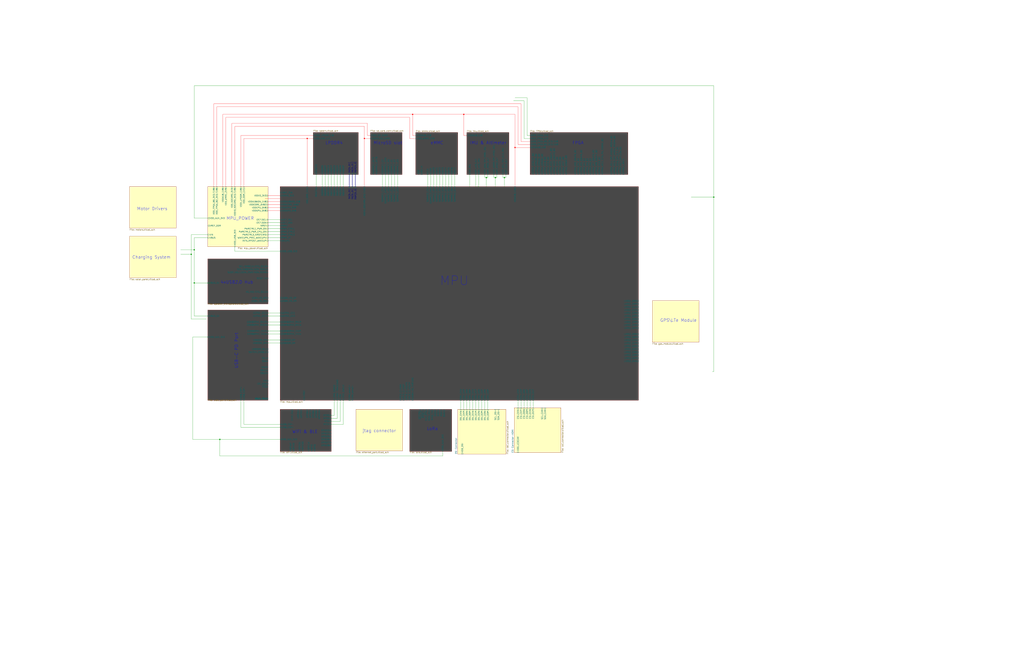
<source format=kicad_sch>
(kicad_sch
	(version 20250114)
	(generator "eeschema")
	(generator_version "9.0")
	(uuid "9d9672a8-c3a2-48d1-8b6c-8aa7416972f1")
	(paper "D")
	(lib_symbols)
	(junction
		(at 410.21 149.86)
		(diameter 0)
		(color 0 0 0 0)
		(uuid "1501d18e-4f28-46a4-a920-ada48bbdc19e")
	)
	(junction
		(at 347.98 96.52)
		(diameter 0)
		(color 255 0 0 1)
		(uuid "29e0023d-7853-4e99-ab61-d8520c84c411")
	)
	(junction
		(at 163.83 238.76)
		(diameter 0)
		(color 0 0 0 0)
		(uuid "2dd533d0-e1c9-441f-b1b0-488a61299c3b")
	)
	(junction
		(at 307.34 116.84)
		(diameter 0)
		(color 255 0 0 1)
		(uuid "4414da77-7c28-4a3b-8809-bf751ec90ef9")
	)
	(junction
		(at 425.45 149.86)
		(diameter 0)
		(color 0 0 0 0)
		(uuid "4db7f02b-5103-482c-96a1-fca8c6374e9d")
	)
	(junction
		(at 185.42 370.84)
		(diameter 0)
		(color 0 0 0 0)
		(uuid "51796ac0-7c25-48e8-8558-6ac1967408dc")
	)
	(junction
		(at 601.98 166.37)
		(diameter 0)
		(color 0 0 0 0)
		(uuid "53f1efa6-6b17-4d05-bfce-063eddf92625")
	)
	(junction
		(at 163.83 210.82)
		(diameter 0)
		(color 0 0 0 0)
		(uuid "696c0133-4edb-4e1d-826c-bba92c6a68b4")
	)
	(junction
		(at 434.34 124.46)
		(diameter 0)
		(color 255 0 0 1)
		(uuid "7844b061-beb1-4943-9e64-f229233e535f")
	)
	(junction
		(at 417.83 149.86)
		(diameter 0)
		(color 0 0 0 0)
		(uuid "978c53ef-3b9f-42bd-9cf6-43e86b245f61")
	)
	(junction
		(at 391.16 96.52)
		(diameter 0)
		(color 255 0 0 1)
		(uuid "af044705-de0f-46f7-b318-96ea0c7019db")
	)
	(junction
		(at 161.29 214.63)
		(diameter 0)
		(color 0 0 0 0)
		(uuid "d8f9b8d9-e7a3-40ba-83a9-2046650ffa3b")
	)
	(junction
		(at 259.08 116.84)
		(diameter 0)
		(color 255 0 0 1)
		(uuid "f5774f5c-10cb-4a35-868c-ed1298038994")
	)
	(wire
		(pts
			(xy 226.06 185.42) (xy 236.22 185.42)
		)
		(stroke
			(width 0)
			(type default)
		)
		(uuid "027be6db-bf82-4a80-85bc-05cc65755354")
	)
	(wire
		(pts
			(xy 281.94 147.32) (xy 281.94 157.48)
		)
		(stroke
			(width 0)
			(type default)
		)
		(uuid "03045e6b-1a9f-4119-94fd-44a3b8a90767")
	)
	(wire
		(pts
			(xy 345.44 116.84) (xy 350.52 116.84)
		)
		(stroke
			(width 0)
			(type default)
			(color 255 0 7 1)
		)
		(uuid "03c9aba8-c706-432a-820f-3d8e2b1adc3b")
	)
	(wire
		(pts
			(xy 226.06 266.7) (xy 236.22 266.7)
		)
		(stroke
			(width 0)
			(type default)
		)
		(uuid "041ade9f-5c27-40f0-9855-26468ece0a78")
	)
	(wire
		(pts
			(xy 411.48 147.32) (xy 411.48 149.86)
		)
		(stroke
			(width 0)
			(type default)
		)
		(uuid "04c3e3b2-10ca-4827-be94-9f70705729f3")
	)
	(wire
		(pts
			(xy 226.06 175.26) (xy 236.22 175.26)
		)
		(stroke
			(width 0)
			(type default)
			(color 255 0 0 1)
		)
		(uuid "050b8483-f2b7-4f77-b8e7-aee141f6060f")
	)
	(wire
		(pts
			(xy 309.88 114.3) (xy 312.42 114.3)
		)
		(stroke
			(width 0)
			(type default)
			(color 255 0 7 1)
		)
		(uuid "06e2a05e-9d7d-452c-886f-b07da51e733c")
	)
	(wire
		(pts
			(xy 408.94 149.86) (xy 408.94 147.32)
		)
		(stroke
			(width 0)
			(type default)
		)
		(uuid "08285a70-a968-46a1-b9c5-1da23ebd2e20")
	)
	(wire
		(pts
			(xy 388.62 337.82) (xy 388.62 345.44)
		)
		(stroke
			(width 0)
			(type default)
		)
		(uuid "0867a0a6-88c4-44d3-88cd-9f8293941286")
	)
	(wire
		(pts
			(xy 391.16 337.82) (xy 391.16 345.44)
		)
		(stroke
			(width 0)
			(type default)
		)
		(uuid "0887da89-3711-4540-859e-07c803b056a9")
	)
	(wire
		(pts
			(xy 276.86 147.32) (xy 276.86 157.48)
		)
		(stroke
			(width 0)
			(type default)
		)
		(uuid "09677a37-8955-4d37-8bc9-a9caef36f4d2")
	)
	(wire
		(pts
			(xy 417.83 149.86) (xy 417.83 157.48)
		)
		(stroke
			(width 0)
			(type default)
		)
		(uuid "0a8616e6-54bf-4adf-9432-1446ef88035f")
	)
	(wire
		(pts
			(xy 180.34 87.63) (xy 180.34 157.48)
		)
		(stroke
			(width 0)
			(type default)
			(color 255 0 7 1)
		)
		(uuid "0ae6bbbc-757d-4a7e-be75-3a9ce008bdcd")
	)
	(wire
		(pts
			(xy 289.56 358.14) (xy 279.4 358.14)
		)
		(stroke
			(width 0)
			(type default)
		)
		(uuid "0c09e5fb-2495-435f-918f-f342760f3133")
	)
	(wire
		(pts
			(xy 601.98 166.37) (xy 601.98 313.69)
		)
		(stroke
			(width 0)
			(type default)
		)
		(uuid "0cd04ef6-3557-4175-8e99-5f4ffc962933")
	)
	(wire
		(pts
			(xy 205.74 358.14) (xy 205.74 337.82)
		)
		(stroke
			(width 0)
			(type default)
		)
		(uuid "0dd9a1d8-b706-478c-b16c-0ad4423b679a")
	)
	(wire
		(pts
			(xy 173.99 269.24) (xy 161.29 269.24)
		)
		(stroke
			(width 0)
			(type default)
		)
		(uuid "0ee59a42-62b9-47c5-b840-12810a7c82bc")
	)
	(wire
		(pts
			(xy 307.34 106.68) (xy 307.34 116.84)
		)
		(stroke
			(width 0)
			(type default)
			(color 255 0 7 1)
		)
		(uuid "1312d717-5ca9-49b7-810b-81bc702a219a")
	)
	(wire
		(pts
			(xy 287.02 337.82) (xy 287.02 355.6)
		)
		(stroke
			(width 0)
			(type default)
		)
		(uuid "13f90349-8d30-4247-bdd9-960873f1a527")
	)
	(bus
		(pts
			(xy 294.64 147.32) (xy 294.64 157.48)
		)
		(stroke
			(width 0)
			(type default)
		)
		(uuid "142d86e9-9350-44cd-ade0-ae386417e22d")
	)
	(wire
		(pts
			(xy 190.5 99.06) (xy 190.5 157.48)
		)
		(stroke
			(width 0)
			(type default)
			(color 255 0 7 1)
		)
		(uuid "14e278f4-5ada-452d-845a-374d31b77a15")
	)
	(wire
		(pts
			(xy 226.06 187.96) (xy 236.22 187.96)
		)
		(stroke
			(width 0)
			(type default)
		)
		(uuid "1757af8c-0c3b-4e64-80ce-d0855dd88968")
	)
	(wire
		(pts
			(xy 309.88 114.3) (xy 309.88 104.14)
		)
		(stroke
			(width 0)
			(type default)
			(color 255 0 7 1)
		)
		(uuid "191fdae4-a0a7-40ce-9ee1-48e40f4f71ad")
	)
	(wire
		(pts
			(xy 425.45 149.86) (xy 425.45 157.48)
		)
		(stroke
			(width 0)
			(type default)
		)
		(uuid "1acd803d-6e54-4f68-b3be-efe78d874b05")
	)
	(wire
		(pts
			(xy 203.2 337.82) (xy 203.2 360.68)
		)
		(stroke
			(width 0)
			(type default)
		)
		(uuid "1b7b714d-796f-44a0-9348-64e006363483")
	)
	(wire
		(pts
			(xy 226.06 264.16) (xy 236.22 264.16)
		)
		(stroke
			(width 0)
			(type default)
		)
		(uuid "1b857227-2cc3-43eb-9f27-59da9045078a")
	)
	(wire
		(pts
			(xy 383.54 147.32) (xy 383.54 157.48)
		)
		(stroke
			(width 0)
			(type default)
		)
		(uuid "1d0925c8-4cd1-4916-b2ec-4d0c5c670a20")
	)
	(wire
		(pts
			(xy 163.83 200.66) (xy 163.83 210.82)
		)
		(stroke
			(width 0)
			(type default)
		)
		(uuid "21e25106-bf3f-4dd7-8445-fdc3fd32d74a")
	)
	(wire
		(pts
			(xy 424.18 149.86) (xy 425.45 149.86)
		)
		(stroke
			(width 0)
			(type default)
		)
		(uuid "22708041-3c95-4dec-a38e-7b183ed03520")
	)
	(wire
		(pts
			(xy 401.32 147.32) (xy 401.32 157.48)
		)
		(stroke
			(width 0)
			(type default)
		)
		(uuid "247dbf39-6878-412a-a5b3-a56fb38c9369")
	)
	(wire
		(pts
			(xy 180.34 87.63) (xy 439.42 87.63)
		)
		(stroke
			(width 0)
			(type default)
			(color 255 0 7 1)
		)
		(uuid "2485be85-b703-4c2e-a0a6-47241a22e5d6")
	)
	(wire
		(pts
			(xy 378.46 147.32) (xy 378.46 157.48)
		)
		(stroke
			(width 0)
			(type default)
		)
		(uuid "25c0791a-3466-450d-b118-f96c4a8a9220")
	)
	(wire
		(pts
			(xy 226.06 289.56) (xy 236.22 289.56)
		)
		(stroke
			(width 0)
			(type default)
		)
		(uuid "266b1b0e-6ce7-4312-a414-e568ce80b051")
	)
	(wire
		(pts
			(xy 281.94 350.52) (xy 281.94 337.82)
		)
		(stroke
			(width 0)
			(type default)
		)
		(uuid "29e9a342-3ee8-4ceb-86ed-6f2cc10a85f5")
	)
	(wire
		(pts
			(xy 161.29 198.12) (xy 175.26 198.12)
		)
		(stroke
			(width 0)
			(type default)
		)
		(uuid "2d6c9c37-18ce-45a8-b7f3-4ce658dbbeb6")
	)
	(wire
		(pts
			(xy 195.58 104.14) (xy 309.88 104.14)
		)
		(stroke
			(width 0)
			(type default)
			(color 255 0 7 1)
		)
		(uuid "2d915287-34a4-407c-a9b9-c224ae2c4e01")
	)
	(wire
		(pts
			(xy 198.12 208.28) (xy 198.12 212.09)
		)
		(stroke
			(width 0)
			(type default)
		)
		(uuid "2e079e5d-3fd4-4c5d-bf7c-c0e4608bdead")
	)
	(wire
		(pts
			(xy 601.98 72.39) (xy 601.98 166.37)
		)
		(stroke
			(width 0)
			(type default)
		)
		(uuid "3061e610-08eb-4b06-a923-972897f05234")
	)
	(wire
		(pts
			(xy 226.06 170.18) (xy 236.22 170.18)
		)
		(stroke
			(width 0)
			(type default)
			(color 255 0 0 1)
		)
		(uuid "324ed4fa-d827-4366-8287-ef25274313a2")
	)
	(wire
		(pts
			(xy 161.29 214.63) (xy 161.29 198.12)
		)
		(stroke
			(width 0)
			(type default)
		)
		(uuid "3290a815-d945-4a79-b037-8ac53e0cb6be")
	)
	(wire
		(pts
			(xy 368.3 147.32) (xy 368.3 157.48)
		)
		(stroke
			(width 0)
			(type default)
		)
		(uuid "37217527-f510-4811-bebe-b0b419433b11")
	)
	(wire
		(pts
			(xy 433.07 85.09) (xy 441.96 85.09)
		)
		(stroke
			(width 0)
			(type default)
		)
		(uuid "37d0a7bd-5b58-4b2e-bae8-8cd2e83eac37")
	)
	(wire
		(pts
			(xy 410.21 149.86) (xy 410.21 157.48)
		)
		(stroke
			(width 0)
			(type default)
		)
		(uuid "38007493-2501-4b7d-9857-59c2c4c65dfd")
	)
	(wire
		(pts
			(xy 198.12 106.68) (xy 307.34 106.68)
		)
		(stroke
			(width 0)
			(type default)
			(color 255 0 7 1)
		)
		(uuid "38cc7df4-1da7-4d13-b8ee-57b74e471b87")
	)
	(wire
		(pts
			(xy 307.34 116.84) (xy 312.42 116.84)
		)
		(stroke
			(width 0)
			(type default)
			(color 255 0 7 1)
		)
		(uuid "391f9545-0382-4cc3-b3b7-47be9f5454d1")
	)
	(wire
		(pts
			(xy 203.2 114.3) (xy 264.16 114.3)
		)
		(stroke
			(width 0)
			(type default)
			(color 255 0 7 1)
		)
		(uuid "3991f2dd-153b-438f-b6bb-0e52b6138364")
	)
	(wire
		(pts
			(xy 417.83 149.86) (xy 419.1 149.86)
		)
		(stroke
			(width 0)
			(type default)
		)
		(uuid "3a97ead8-dc6f-416c-8d57-05322cd1883d")
	)
	(wire
		(pts
			(xy 439.42 337.82) (xy 439.42 344.17)
		)
		(stroke
			(width 0)
			(type default)
		)
		(uuid "3b7207b1-40d5-4709-8b2d-f4af03abe3ff")
	)
	(wire
		(pts
			(xy 226.06 287.02) (xy 236.22 287.02)
		)
		(stroke
			(width 0)
			(type default)
		)
		(uuid "3bd678cb-25a8-47fc-9645-396448f8d577")
	)
	(wire
		(pts
			(xy 335.28 147.32) (xy 335.28 157.48)
		)
		(stroke
			(width 0)
			(type default)
		)
		(uuid "3f4302d3-48f0-4aaf-a7e8-f800dc4b3932")
	)
	(wire
		(pts
			(xy 185.42 384.81) (xy 185.42 370.84)
		)
		(stroke
			(width 0)
			(type default)
		)
		(uuid "41e3053b-2825-42f9-bd2a-7bcf71d6dc9a")
	)
	(wire
		(pts
			(xy 236.22 358.14) (xy 205.74 358.14)
		)
		(stroke
			(width 0)
			(type default)
		)
		(uuid "447c57b9-42be-434f-b578-c5f416655eb1")
	)
	(wire
		(pts
			(xy 393.7 337.82) (xy 393.7 345.44)
		)
		(stroke
			(width 0)
			(type default)
		)
		(uuid "471e2483-df9c-4a56-b33d-3a672903af20")
	)
	(wire
		(pts
			(xy 182.88 90.17) (xy 436.88 90.17)
		)
		(stroke
			(width 0)
			(type default)
			(color 255 0 7 1)
		)
		(uuid "481aec9a-ba42-4800-8942-8ec51fdcbba7")
	)
	(wire
		(pts
			(xy 284.48 337.82) (xy 284.48 353.06)
		)
		(stroke
			(width 0)
			(type default)
		)
		(uuid "483d566e-e8c9-4b26-97db-d7b27de7d227")
	)
	(wire
		(pts
			(xy 226.06 195.58) (xy 236.22 195.58)
		)
		(stroke
			(width 0)
			(type default)
		)
		(uuid "4843defd-fb6b-4634-a1e7-7d3877fb6274")
	)
	(wire
		(pts
			(xy 226.06 193.04) (xy 236.22 193.04)
		)
		(stroke
			(width 0)
			(type default)
		)
		(uuid "499c2688-b841-4771-9332-66d933755a92")
	)
	(wire
		(pts
			(xy 434.34 124.46) (xy 434.34 157.48)
		)
		(stroke
			(width 0)
			(type default)
			(color 255 0 7 1)
		)
		(uuid "4afd0cac-72e0-4f1d-b60d-fc7750bae820")
	)
	(wire
		(pts
			(xy 347.98 96.52) (xy 391.16 96.52)
		)
		(stroke
			(width 0)
			(type default)
			(color 255 0 7 1)
		)
		(uuid "4c0ce62c-d930-49e9-b0bf-95356fedd104")
	)
	(wire
		(pts
			(xy 190.5 99.06) (xy 345.44 99.06)
		)
		(stroke
			(width 0)
			(type default)
			(color 255 0 7 1)
		)
		(uuid "4dbe99a3-c85b-4c6b-8560-fb0d457cb6bb")
	)
	(wire
		(pts
			(xy 205.74 116.84) (xy 205.74 157.48)
		)
		(stroke
			(width 0)
			(type default)
			(color 255 0 7 1)
		)
		(uuid "4f512fed-1e2f-40a2-b961-9c3e5bbb2bf1")
	)
	(wire
		(pts
			(xy 439.42 87.63) (xy 439.42 119.38)
		)
		(stroke
			(width 0)
			(type default)
			(color 255 0 7 1)
		)
		(uuid "519090f4-517c-4c44-8b17-43e6d68b405a")
	)
	(wire
		(pts
			(xy 325.12 147.32) (xy 325.12 157.48)
		)
		(stroke
			(width 0)
			(type default)
		)
		(uuid "532743ad-06d3-45b2-8636-ec48e538924b")
	)
	(wire
		(pts
			(xy 600.71 313.69) (xy 601.98 313.69)
		)
		(stroke
			(width 0)
			(type default)
		)
		(uuid "541dede9-2e49-4eeb-8534-362bd98e173b")
	)
	(wire
		(pts
			(xy 425.45 149.86) (xy 426.72 149.86)
		)
		(stroke
			(width 0)
			(type default)
		)
		(uuid "54a3ed1d-5915-4414-93d9-6184e17a5511")
	)
	(wire
		(pts
			(xy 332.74 147.32) (xy 332.74 157.48)
		)
		(stroke
			(width 0)
			(type default)
		)
		(uuid "5677f74e-33b0-4134-bd39-68e03850b417")
	)
	(wire
		(pts
			(xy 582.93 166.37) (xy 601.98 166.37)
		)
		(stroke
			(width 0)
			(type default)
		)
		(uuid "56af57bc-597c-40d7-9b96-c0a6730318c8")
	)
	(wire
		(pts
			(xy 185.42 370.84) (xy 162.56 370.84)
		)
		(stroke
			(width 0)
			(type default)
		)
		(uuid "5799d663-4915-484f-a035-03b6dd06e4db")
	)
	(wire
		(pts
			(xy 162.56 284.48) (xy 175.26 284.48)
		)
		(stroke
			(width 0)
			(type default)
		)
		(uuid "5a24c792-3ba0-407c-afdc-e6511d4995a8")
	)
	(wire
		(pts
			(xy 391.16 114.3) (xy 393.7 114.3)
		)
		(stroke
			(width 0)
			(type default)
			(color 255 0 7 1)
		)
		(uuid "5c4a31cc-d46c-4af8-ae45-f8e32fb50f21")
	)
	(wire
		(pts
			(xy 330.2 147.32) (xy 330.2 157.48)
		)
		(stroke
			(width 0)
			(type default)
		)
		(uuid "5cbe2c55-6e4c-4b51-b9f4-f6440183f9ea")
	)
	(wire
		(pts
			(xy 182.88 90.17) (xy 182.88 157.48)
		)
		(stroke
			(width 0)
			(type default)
			(color 255 0 7 1)
		)
		(uuid "603c834b-7204-4684-b564-c6e8d40f4a69")
	)
	(wire
		(pts
			(xy 398.78 337.82) (xy 398.78 345.44)
		)
		(stroke
			(width 0)
			(type default)
		)
		(uuid "60eddac5-5e87-475e-9288-bca44f448b19")
	)
	(wire
		(pts
			(xy 226.06 198.12) (xy 236.22 198.12)
		)
		(stroke
			(width 0)
			(type default)
		)
		(uuid "645cdb38-3799-4ac8-b666-9660cb3d5fc1")
	)
	(wire
		(pts
			(xy 226.06 203.2) (xy 236.22 203.2)
		)
		(stroke
			(width 0)
			(type default)
		)
		(uuid "648e5105-a1fc-4e74-a1f2-4eb86429b8ce")
	)
	(wire
		(pts
			(xy 449.58 337.82) (xy 449.58 344.17)
		)
		(stroke
			(width 0)
			(type default)
		)
		(uuid "663bc9ff-fb71-48f7-9b1b-a4018ecbb9bd")
	)
	(wire
		(pts
			(xy 163.83 266.7) (xy 175.26 266.7)
		)
		(stroke
			(width 0)
			(type default)
		)
		(uuid "66e18e7b-39a2-4e7f-a5d4-d87ec96b81b1")
	)
	(wire
		(pts
			(xy 416.56 149.86) (xy 417.83 149.86)
		)
		(stroke
			(width 0)
			(type default)
		)
		(uuid "67181a71-0f44-45b3-9de1-14c87fa6610d")
	)
	(wire
		(pts
			(xy 381 147.32) (xy 381 157.48)
		)
		(stroke
			(width 0)
			(type default)
		)
		(uuid "68dd42a5-0956-42e7-b264-a57875b00aaf")
	)
	(wire
		(pts
			(xy 436.88 121.92) (xy 447.04 121.92)
		)
		(stroke
			(width 0)
			(type default)
			(color 255 0 7 1)
		)
		(uuid "6a4da07d-b6da-4cf7-81f7-8afd1e2902d0")
	)
	(wire
		(pts
			(xy 279.4 350.52) (xy 281.94 350.52)
		)
		(stroke
			(width 0)
			(type default)
		)
		(uuid "6b625d5e-0f51-492d-9435-8141059b7cc7")
	)
	(wire
		(pts
			(xy 402.59 157.48) (xy 403.86 157.48)
		)
		(stroke
			(width 0)
			(type default)
		)
		(uuid "7063ff25-fcc8-4a21-9d8d-ec275c563000")
	)
	(wire
		(pts
			(xy 175.26 184.15) (xy 163.83 184.15)
		)
		(stroke
			(width 0)
			(type default)
		)
		(uuid "716081cc-79c3-4f1d-aa8e-9808fd4341c0")
	)
	(wire
		(pts
			(xy 447.04 337.82) (xy 447.04 344.17)
		)
		(stroke
			(width 0)
			(type default)
		)
		(uuid "72271688-3900-4fba-b168-46369f6ce105")
	)
	(wire
		(pts
			(xy 411.48 337.82) (xy 411.48 345.44)
		)
		(stroke
			(width 0)
			(type default)
		)
		(uuid "75a4f79c-4c5c-4da9-b47d-776286313c1c")
	)
	(wire
		(pts
			(xy 439.42 119.38) (xy 447.04 119.38)
		)
		(stroke
			(width 0)
			(type default)
			(color 255 0 7 1)
		)
		(uuid "76fb0430-2f41-40af-8e0e-c8c6669a3f95")
	)
	(wire
		(pts
			(xy 419.1 147.32) (xy 419.1 149.86)
		)
		(stroke
			(width 0)
			(type default)
		)
		(uuid "77277e5f-879f-461b-88df-0dcd7294f848")
	)
	(wire
		(pts
			(xy 436.88 90.17) (xy 436.88 121.92)
		)
		(stroke
			(width 0)
			(type default)
			(color 255 0 7 1)
		)
		(uuid "7761fae7-8f6d-41e2-96ef-4c0495d25d00")
	)
	(wire
		(pts
			(xy 365.76 147.32) (xy 365.76 157.48)
		)
		(stroke
			(width 0)
			(type default)
		)
		(uuid "7aa04b28-d495-48db-b3f2-3ae6079078a1")
	)
	(wire
		(pts
			(xy 226.06 172.72) (xy 236.22 172.72)
		)
		(stroke
			(width 0)
			(type default)
			(color 255 0 0 1)
		)
		(uuid "7d2de679-cc8b-4e4f-9323-c9b1fdfaa21e")
	)
	(wire
		(pts
			(xy 163.83 210.82) (xy 163.83 238.76)
		)
		(stroke
			(width 0)
			(type default)
		)
		(uuid "8011ab7a-1ddb-4f17-b066-9661de0f49d9")
	)
	(wire
		(pts
			(xy 436.88 337.82) (xy 436.88 344.17)
		)
		(stroke
			(width 0)
			(type default)
		)
		(uuid "81cf3b61-2008-4672-ab01-ea5871add179")
	)
	(wire
		(pts
			(xy 444.5 114.3) (xy 444.5 82.55)
		)
		(stroke
			(width 0)
			(type default)
		)
		(uuid "8266ed25-23ba-4740-89ad-5a9a75615588")
	)
	(wire
		(pts
			(xy 287.02 147.32) (xy 287.02 157.48)
		)
		(stroke
			(width 0)
			(type default)
		)
		(uuid "82fb6a3a-22f7-480a-b4e2-89eb3a875dc7")
	)
	(wire
		(pts
			(xy 434.34 124.46) (xy 447.04 124.46)
		)
		(stroke
			(width 0)
			(type default)
			(color 255 0 7 1)
		)
		(uuid "8368a31a-de5e-47e8-b95a-b7a74cfcb20e")
	)
	(bus
		(pts
			(xy 299.72 147.32) (xy 299.72 157.48)
		)
		(stroke
			(width 0)
			(type default)
		)
		(uuid "88eabb32-8e81-4d4d-86ee-535ea72bd9b9")
	)
	(wire
		(pts
			(xy 444.5 337.82) (xy 444.5 344.17)
		)
		(stroke
			(width 0)
			(type default)
		)
		(uuid "8965e8cb-c8aa-44cc-ae7b-6af16a56c08e")
	)
	(wire
		(pts
			(xy 284.48 147.32) (xy 284.48 157.48)
		)
		(stroke
			(width 0)
			(type default)
		)
		(uuid "8e47578c-77b2-4e9b-9386-a14509018bd9")
	)
	(wire
		(pts
			(xy 373.38 384.81) (xy 185.42 384.81)
		)
		(stroke
			(width 0)
			(type default)
		)
		(uuid "907dd5b2-c9e3-49f3-bca3-c4cc22a8aee5")
	)
	(wire
		(pts
			(xy 289.56 337.82) (xy 289.56 358.14)
		)
		(stroke
			(width 0)
			(type default)
		)
		(uuid "90b1a6cb-b537-417f-94ce-fef1e96a0995")
	)
	(wire
		(pts
			(xy 426.72 149.86) (xy 426.72 147.32)
		)
		(stroke
			(width 0)
			(type default)
		)
		(uuid "92364ab0-25a0-4c68-94d3-86d6ea646537")
	)
	(wire
		(pts
			(xy 447.04 114.3) (xy 444.5 114.3)
		)
		(stroke
			(width 0)
			(type default)
		)
		(uuid "93825c3a-2021-4930-9d31-79772db716ca")
	)
	(wire
		(pts
			(xy 416.56 147.32) (xy 416.56 149.86)
		)
		(stroke
			(width 0)
			(type default)
		)
		(uuid "938682b8-b0fc-480e-81bf-a676c4ad9f0b")
	)
	(wire
		(pts
			(xy 259.08 116.84) (xy 264.16 116.84)
		)
		(stroke
			(width 0)
			(type default)
			(color 255 0 7 1)
		)
		(uuid "952804e0-e956-4fca-bd19-55a1ec7e837c")
	)
	(wire
		(pts
			(xy 411.48 149.86) (xy 410.21 149.86)
		)
		(stroke
			(width 0)
			(type default)
		)
		(uuid "992b2dfe-69f5-4a7d-8aa4-f86d241628f1")
	)
	(wire
		(pts
			(xy 434.34 82.55) (xy 444.5 82.55)
		)
		(stroke
			(width 0)
			(type default)
		)
		(uuid "9b1aa4b5-aacb-4591-add6-1dcf7822a5ac")
	)
	(wire
		(pts
			(xy 187.96 96.52) (xy 187.96 157.48)
		)
		(stroke
			(width 0)
			(type default)
			(color 255 0 7 1)
		)
		(uuid "9f0b7404-c9c2-4a70-9854-b35860d0848f")
	)
	(wire
		(pts
			(xy 226.06 281.94) (xy 236.22 281.94)
		)
		(stroke
			(width 0)
			(type default)
		)
		(uuid "a156870a-99d0-44fd-95f8-2ff9f729cf19")
	)
	(wire
		(pts
			(xy 266.7 147.32) (xy 266.7 157.48)
		)
		(stroke
			(width 0)
			(type default)
		)
		(uuid "a2912705-e0fb-4bfb-9df4-dbe98097e018")
	)
	(wire
		(pts
			(xy 203.2 360.68) (xy 236.22 360.68)
		)
		(stroke
			(width 0)
			(type default)
		)
		(uuid "a3acba69-deac-4672-9cb8-d8b6c41839e6")
	)
	(wire
		(pts
			(xy 295.91 337.82) (xy 294.64 337.82)
		)
		(stroke
			(width 0)
			(type default)
		)
		(uuid "a4b825c3-fc2d-46a3-99a6-29e5c2e314fd")
	)
	(wire
		(pts
			(xy 271.78 147.32) (xy 271.78 157.48)
		)
		(stroke
			(width 0)
			(type default)
		)
		(uuid "a74e152b-308f-4c86-a346-ccc1865a9e5d")
	)
	(wire
		(pts
			(xy 396.24 147.32) (xy 396.24 157.48)
		)
		(stroke
			(width 0)
			(type default)
		)
		(uuid "a761e471-cb66-42b6-9857-038e55cb3068")
	)
	(wire
		(pts
			(xy 360.68 147.32) (xy 360.68 157.48)
		)
		(stroke
			(width 0)
			(type default)
		)
		(uuid "a8262802-1407-4136-aa96-585d0195f13a")
	)
	(wire
		(pts
			(xy 162.56 284.48) (xy 162.56 370.84)
		)
		(stroke
			(width 0)
			(type default)
		)
		(uuid "aa9ed87d-eda2-45be-858d-6f72ce7a0cf5")
	)
	(wire
		(pts
			(xy 403.86 147.32) (xy 403.86 157.48)
		)
		(stroke
			(width 0)
			(type default)
		)
		(uuid "ab1aa0e0-1c51-4288-abae-4d54eb930406")
	)
	(wire
		(pts
			(xy 226.06 177.8) (xy 236.22 177.8)
		)
		(stroke
			(width 0)
			(type default)
			(color 255 0 0 1)
		)
		(uuid "af09e4ab-3777-4691-abc6-e3bc2ac233b7")
	)
	(wire
		(pts
			(xy 347.98 114.3) (xy 350.52 114.3)
		)
		(stroke
			(width 0)
			(type default)
			(color 255 0 7 1)
		)
		(uuid "afdc6244-2f8f-440f-88e5-849747f4a543")
	)
	(bus
		(pts
			(xy 297.18 147.32) (xy 297.18 157.48)
		)
		(stroke
			(width 0)
			(type default)
		)
		(uuid "afe2f382-54db-45bb-bf01-15bb16e68ccd")
	)
	(wire
		(pts
			(xy 424.18 147.32) (xy 424.18 149.86)
		)
		(stroke
			(width 0)
			(type default)
		)
		(uuid "b3392841-c9dd-40d5-b314-eb4609047f7c")
	)
	(wire
		(pts
			(xy 287.02 355.6) (xy 279.4 355.6)
		)
		(stroke
			(width 0)
			(type default)
		)
		(uuid "b3512dd5-ff13-4645-90a0-171adf5febe5")
	)
	(wire
		(pts
			(xy 408.94 337.82) (xy 408.94 345.44)
		)
		(stroke
			(width 0)
			(type default)
		)
		(uuid "b4bd157d-1477-407c-a05f-ad2cbf1b6940")
	)
	(wire
		(pts
			(xy 259.08 116.84) (xy 259.08 157.48)
		)
		(stroke
			(width 0)
			(type default)
			(color 255 0 7 1)
		)
		(uuid "b6c21492-aa5c-4136-8751-852c7d2d2920")
	)
	(wire
		(pts
			(xy 226.06 279.4) (xy 236.22 279.4)
		)
		(stroke
			(width 0)
			(type default)
		)
		(uuid "b72ba63c-0fe4-485b-9cef-5d9855c3a141")
	)
	(wire
		(pts
			(xy 161.29 269.24) (xy 161.29 214.63)
		)
		(stroke
			(width 0)
			(type default)
		)
		(uuid "b76b3805-0cfb-4f55-a338-e585758189be")
	)
	(wire
		(pts
			(xy 345.44 99.06) (xy 345.44 116.84)
		)
		(stroke
			(width 0)
			(type default)
			(color 255 0 7 1)
		)
		(uuid "b7f00c83-1bd3-4fae-8c3e-3bb46f451b54")
	)
	(wire
		(pts
			(xy 391.16 96.52) (xy 391.16 114.3)
		)
		(stroke
			(width 0)
			(type default)
			(color 255 0 7 1)
		)
		(uuid "b8c7659a-409d-40dd-8814-e0005da39ed7")
	)
	(wire
		(pts
			(xy 363.22 147.32) (xy 363.22 157.48)
		)
		(stroke
			(width 0)
			(type default)
		)
		(uuid "b8d2056b-b185-492e-a200-b8a258f739e5")
	)
	(wire
		(pts
			(xy 375.92 147.32) (xy 375.92 157.48)
		)
		(stroke
			(width 0)
			(type default)
		)
		(uuid "ba642f9a-4375-4416-beae-c7975fdf0e3f")
	)
	(wire
		(pts
			(xy 441.96 116.84) (xy 441.96 85.09)
		)
		(stroke
			(width 0)
			(type default)
		)
		(uuid "bfc76aab-08fb-4d07-83e4-6277fcb329ba")
	)
	(wire
		(pts
			(xy 226.06 200.66) (xy 236.22 200.66)
		)
		(stroke
			(width 0)
			(type default)
		)
		(uuid "bfe09356-cbdc-4706-8bb7-519fd063aa22")
	)
	(wire
		(pts
			(xy 396.24 337.82) (xy 396.24 345.44)
		)
		(stroke
			(width 0)
			(type default)
		)
		(uuid "c0ecf68b-ea97-4d66-b98b-496551f847cb")
	)
	(wire
		(pts
			(xy 373.38 147.32) (xy 373.38 157.48)
		)
		(stroke
			(width 0)
			(type default)
		)
		(uuid "c18378d6-50e4-41a6-a26e-9e7cf12f27eb")
	)
	(wire
		(pts
			(xy 163.83 72.39) (xy 601.98 72.39)
		)
		(stroke
			(width 0)
			(type default)
		)
		(uuid "c25ef2e4-6e27-4341-9b8d-58fe44a40e8b")
	)
	(wire
		(pts
			(xy 447.04 116.84) (xy 441.96 116.84)
		)
		(stroke
			(width 0)
			(type default)
		)
		(uuid "c3404d2f-e232-486a-a74b-da6bb92f269d")
	)
	(wire
		(pts
			(xy 441.96 337.82) (xy 441.96 344.17)
		)
		(stroke
			(width 0)
			(type default)
		)
		(uuid "c4056bb1-cda0-4930-a06a-575d3c5d0375")
	)
	(wire
		(pts
			(xy 152.4 210.82) (xy 163.83 210.82)
		)
		(stroke
			(width 0)
			(type default)
		)
		(uuid "c8ce2ca8-5830-4af8-b71f-a932f6e255c5")
	)
	(wire
		(pts
			(xy 370.84 147.32) (xy 370.84 157.48)
		)
		(stroke
			(width 0)
			(type default)
		)
		(uuid "cba4013d-a02c-42c8-b80e-c3d060ffc5fb")
	)
	(wire
		(pts
			(xy 175.26 200.66) (xy 163.83 200.66)
		)
		(stroke
			(width 0)
			(type default)
		)
		(uuid "cbf4e89a-6539-4806-9641-f70b55d1021b")
	)
	(wire
		(pts
			(xy 163.83 184.15) (xy 163.83 72.39)
		)
		(stroke
			(width 0)
			(type default)
		)
		(uuid "d21e4f61-c4fe-417c-8644-599a984cac16")
	)
	(wire
		(pts
			(xy 391.16 96.52) (xy 434.34 96.52)
		)
		(stroke
			(width 0)
			(type default)
			(color 255 0 7 1)
		)
		(uuid "d2d8a676-f043-4b3f-b011-427e5d5253d3")
	)
	(wire
		(pts
			(xy 226.06 165.1) (xy 236.22 165.1)
		)
		(stroke
			(width 0)
			(type default)
			(color 255 0 0 1)
		)
		(uuid "d5046ab8-8dba-4fda-a6bf-d0a1caf26bdc")
	)
	(wire
		(pts
			(xy 322.58 147.32) (xy 322.58 157.48)
		)
		(stroke
			(width 0)
			(type default)
		)
		(uuid "d5347082-78b0-42fa-a408-989dce6a6f0c")
	)
	(wire
		(pts
			(xy 223.52 167.64) (xy 236.22 167.64)
		)
		(stroke
			(width 0)
			(type default)
			(color 255 0 0 1)
		)
		(uuid "d8f968e8-02c4-4a16-a5d4-dabe78f2faf7")
	)
	(wire
		(pts
			(xy 187.96 96.52) (xy 347.98 96.52)
		)
		(stroke
			(width 0)
			(type default)
			(color 255 0 7 1)
		)
		(uuid "dc72b29e-9a93-4e13-bb2c-f0933dbbef3d")
	)
	(wire
		(pts
			(xy 163.83 238.76) (xy 163.83 266.7)
		)
		(stroke
			(width 0)
			(type default)
		)
		(uuid "dec3151a-cc4a-4d8d-a854-fc8b42bb4ccd")
	)
	(wire
		(pts
			(xy 373.38 381) (xy 373.38 384.81)
		)
		(stroke
			(width 0)
			(type default)
		)
		(uuid "e043b4cc-e71d-47d6-911d-3ef8c71b550c")
	)
	(wire
		(pts
			(xy 434.34 96.52) (xy 434.34 124.46)
		)
		(stroke
			(width 0)
			(type default)
			(color 255 0 7 1)
		)
		(uuid "e0ab73f9-9f14-46b6-9e65-06979be0ab5f")
	)
	(wire
		(pts
			(xy 226.06 190.5) (xy 236.22 190.5)
		)
		(stroke
			(width 0)
			(type default)
		)
		(uuid "e0b224b0-9480-4aaf-95e2-8c9457154904")
	)
	(wire
		(pts
			(xy 195.58 157.48) (xy 195.58 104.14)
		)
		(stroke
			(width 0)
			(type default)
			(color 255 0 7 1)
		)
		(uuid "e243a071-3d7f-46db-8347-ed7e6cd7de0b")
	)
	(wire
		(pts
			(xy 236.22 370.84) (xy 185.42 370.84)
		)
		(stroke
			(width 0)
			(type default)
		)
		(uuid "e25a9fe4-d3f6-4395-a182-29824e05bae1")
	)
	(wire
		(pts
			(xy 226.06 271.78) (xy 236.22 271.78)
		)
		(stroke
			(width 0)
			(type default)
		)
		(uuid "e40ce227-7f6e-4dfc-8dd3-a61b67844e3f")
	)
	(wire
		(pts
			(xy 403.86 337.82) (xy 403.86 345.44)
		)
		(stroke
			(width 0)
			(type default)
		)
		(uuid "e4178f3f-de9b-4a02-931d-61fe6981bea8")
	)
	(wire
		(pts
			(xy 289.56 147.32) (xy 289.56 157.48)
		)
		(stroke
			(width 0)
			(type default)
		)
		(uuid "e4548c9b-e359-4134-be1d-f1d2e1e72edf")
	)
	(wire
		(pts
			(xy 327.66 147.32) (xy 327.66 157.48)
		)
		(stroke
			(width 0)
			(type default)
		)
		(uuid "e60c3547-41e3-44fb-8283-341aeace4a66")
	)
	(wire
		(pts
			(xy 203.2 114.3) (xy 203.2 157.48)
		)
		(stroke
			(width 0)
			(type default)
			(color 255 0 7 1)
		)
		(uuid "f03400ab-530e-4845-bc3c-ba69239233af")
	)
	(wire
		(pts
			(xy 205.74 116.84) (xy 259.08 116.84)
		)
		(stroke
			(width 0)
			(type default)
			(color 255 0 7 1)
		)
		(uuid "f19c8518-f59e-486a-9ee3-2435e07553bb")
	)
	(wire
		(pts
			(xy 152.4 214.63) (xy 161.29 214.63)
		)
		(stroke
			(width 0)
			(type default)
		)
		(uuid "f39729ea-e3ed-497b-a618-fa2443e41f6d")
	)
	(wire
		(pts
			(xy 307.34 116.84) (xy 307.34 157.48)
		)
		(stroke
			(width 0)
			(type default)
			(color 255 0 7 1)
		)
		(uuid "f424c52a-6b9f-4f9c-93ec-6a8022406f26")
	)
	(wire
		(pts
			(xy 406.4 337.82) (xy 406.4 345.44)
		)
		(stroke
			(width 0)
			(type default)
		)
		(uuid "f53e1fdd-9f8f-4e51-b2c6-eef55f409157")
	)
	(wire
		(pts
			(xy 284.48 353.06) (xy 279.4 353.06)
		)
		(stroke
			(width 0)
			(type default)
		)
		(uuid "f7c61f23-a8e1-4cd8-83f9-ad85e3b29283")
	)
	(wire
		(pts
			(xy 163.83 238.76) (xy 177.4893 238.76)
		)
		(stroke
			(width 0)
			(type default)
		)
		(uuid "f959582e-1e03-489d-a57e-45ee149dedd4")
	)
	(wire
		(pts
			(xy 347.98 96.52) (xy 347.98 114.3)
		)
		(stroke
			(width 0)
			(type default)
			(color 255 0 7 1)
		)
		(uuid "f9da1f3a-fa64-4f44-8db3-fb0ed1860455")
	)
	(wire
		(pts
			(xy 279.4 147.32) (xy 279.4 157.48)
		)
		(stroke
			(width 0)
			(type default)
		)
		(uuid "fa5439d3-e268-4559-8a19-a8b9053cdadd")
	)
	(wire
		(pts
			(xy 198.12 106.68) (xy 198.12 157.48)
		)
		(stroke
			(width 0)
			(type default)
			(color 255 0 7 1)
		)
		(uuid "fb7f06b4-780a-4fa3-b09e-29c9cdb5cde9")
	)
	(wire
		(pts
			(xy 226.06 274.32) (xy 236.22 274.32)
		)
		(stroke
			(width 0)
			(type default)
		)
		(uuid "fbc9fa9b-29c9-4cf1-98b8-8dbc73047abe")
	)
	(wire
		(pts
			(xy 401.32 337.82) (xy 401.32 345.44)
		)
		(stroke
			(width 0)
			(type default)
		)
		(uuid "fc5398b1-0df9-459b-af66-2ae18657c78c")
	)
	(wire
		(pts
			(xy 274.32 147.32) (xy 274.32 157.48)
		)
		(stroke
			(width 0)
			(type default)
		)
		(uuid "fd7649b0-0e7e-49e7-85b5-04b28e5e9550")
	)
	(wire
		(pts
			(xy 410.21 149.86) (xy 408.94 149.86)
		)
		(stroke
			(width 0)
			(type default)
		)
		(uuid "ff8332dc-f97d-43b9-a16b-892dcbc98430")
	)
	(wire
		(pts
			(xy 198.12 212.09) (xy 236.22 212.09)
		)
		(stroke
			(width 0)
			(type default)
		)
		(uuid "fff73bb1-5d88-4b33-886d-cf146367d6d0")
	)
	(sheet
		(at 236.22 157.48)
		(size 302.26 180.34)
		(exclude_from_sim no)
		(in_bom yes)
		(on_board yes)
		(dnp no)
		(stroke
			(width 0.1524)
			(type solid)
		)
		(fill
			(color 72 72 72 1.0000)
		)
		(uuid "02f6a352-1c8a-4240-a21f-e47efebaccb1")
		(property "Sheetname" "MPU"
			(at 370.84 241.3 0)
			(effects
				(font
					(size 7.62 7.62)
					(color 0 0 255 1)
				)
				(justify left bottom)
			)
		)
		(property "Sheetfile" "mpu.kicad_sch"
			(at 236.22 338.4046 0)
			(effects
				(font
					(size 1.27 1.27)
				)
				(justify left top)
			)
		)
		(pin "VDDGPU_0V8" input
			(at 236.22 177.8 180)
			(uuid "6bbb649b-2ee5-4a1f-97e0-0954a6b52a35")
			(effects
				(font
					(size 1.27 1.27)
				)
				(justify left)
			)
		)
		(pin "VDDIO_3V3" input
			(at 236.22 165.1 180)
			(uuid "1ecd527c-f807-4216-b972-c8d236c80833")
			(effects
				(font
					(size 1.27 1.27)
				)
				(justify left)
			)
		)
		(pin "VDD_DDR_1V1" input
			(at 259.08 157.48 90)
			(uuid "01464a35-0c5c-4d2c-a73a-e82d776c8255")
			(effects
				(font
					(size 1.27 1.27)
				)
				(justify right)
			)
		)
		(pin "VBAT_3V6" input
			(at 236.22 162.56 180)
			(uuid "24884be9-18ee-419d-9d18-d551c3a40bee")
			(effects
				(font
					(size 1.27 1.27)
				)
				(justify left)
			)
		)
		(pin "VDDA18AON_1V8" input
			(at 236.22 170.18 180)
			(uuid "2c25467b-4cc6-4fcb-9d9a-ad9cc13f08bc")
			(effects
				(font
					(size 1.27 1.27)
				)
				(justify left)
			)
		)
		(pin "VDDCPU_0V8" input
			(at 236.22 175.26 180)
			(uuid "da012a73-0477-4588-8571-f26115527407")
			(effects
				(font
					(size 1.27 1.27)
				)
				(justify left)
			)
		)
		(pin "VDD_USB_3V3" input
			(at 236.22 212.09 180)
			(uuid "878c8025-07c0-4052-a6ac-728ef37e5913")
			(effects
				(font
					(size 1.27 1.27)
				)
				(justify left)
			)
		)
		(pin "VDDA18_1V8" input
			(at 434.34 157.48 90)
			(uuid "1f12e7c6-48a2-4b4a-a5c9-6dc5f25828fb")
			(effects
				(font
					(size 1.27 1.27)
				)
				(justify right)
			)
		)
		(pin "VDDCORE_0V82" input
			(at 236.22 172.72 180)
			(uuid "decde280-43c4-4347-86c9-d9966934ad84")
			(effects
				(font
					(size 1.27 1.27)
				)
				(justify left)
			)
		)
		(pin "VDDIO_SDCARD_3V3{slash}1V8" input
			(at 307.34 157.48 90)
			(uuid "3214757b-568c-4855-94cb-729ef61c68bf")
			(effects
				(font
					(size 1.27 1.27)
				)
				(justify right)
			)
		)
		(pin "PWR_CTRL2" output
			(at 236.22 195.58 180)
			(uuid "17118889-b9e3-4d4b-87a4-b2b4a50de396")
			(effects
				(font
					(size 1.27 1.27)
				)
				(justify left)
			)
		)
		(pin "PWR_CTRL3" output
			(at 236.22 198.12 180)
			(uuid "fd83e64d-5289-4a44-9b7b-589ee073a5a5")
			(effects
				(font
					(size 1.27 1.27)
				)
				(justify left)
			)
		)
		(pin "PWR_CTRL1" output
			(at 236.22 193.04 180)
			(uuid "9293e77f-0e7f-45b1-bdfa-d7d09efecdca")
			(effects
				(font
					(size 1.27 1.27)
				)
				(justify left)
			)
		)
		(pin "CSI_CKN" passive
			(at 436.88 337.82 270)
			(uuid "cff7a9d6-e89a-420b-bd81-6f8dff6f7d9e")
			(effects
				(font
					(size 1.27 1.27)
				)
				(justify left)
			)
		)
		(pin "CSI_CKP" passive
			(at 439.42 337.82 270)
			(uuid "51ca7d96-8e32-49aa-a6b2-1f589cfbf651")
			(effects
				(font
					(size 1.27 1.27)
				)
				(justify left)
			)
		)
		(pin "CSI_D1P" passive
			(at 449.58 337.82 270)
			(uuid "8b402f12-1d88-4e19-80a4-200a4cf8f54e")
			(effects
				(font
					(size 1.27 1.27)
				)
				(justify left)
			)
		)
		(pin "CSI_D0P" passive
			(at 444.5 337.82 270)
			(uuid "bed4d2bb-bed1-4806-808f-b7b25fbf941b")
			(effects
				(font
					(size 1.27 1.27)
				)
				(justify left)
			)
		)
		(pin "CSI_D1N" passive
			(at 447.04 337.82 270)
			(uuid "47d9f98e-36aa-459e-94a3-2dea073bba8f")
			(effects
				(font
					(size 1.27 1.27)
				)
				(justify left)
			)
		)
		(pin "CSI_D0N" passive
			(at 441.96 337.82 270)
			(uuid "179ec771-bbe2-4a9b-b4ed-28bfe7506ebf")
			(effects
				(font
					(size 1.27 1.27)
				)
				(justify left)
			)
		)
		(pin "DSI_D0P" passive
			(at 396.24 337.82 270)
			(uuid "8b5aff75-b520-4196-bdc3-4330ca4dc42c")
			(effects
				(font
					(size 1.27 1.27)
				)
				(justify left)
			)
		)
		(pin "DSI_D3P" passive
			(at 411.48 337.82 270)
			(uuid "bb5dd545-4935-4c56-a9c4-dfe2063ad2d7")
			(effects
				(font
					(size 1.27 1.27)
				)
				(justify left)
			)
		)
		(pin "DSI_D3N" passive
			(at 408.94 337.82 270)
			(uuid "eecfb922-5d6e-4605-95d6-32ddaada6283")
			(effects
				(font
					(size 1.27 1.27)
				)
				(justify left)
			)
		)
		(pin "DSI_D0N" passive
			(at 393.7 337.82 270)
			(uuid "6d0b39e5-5df7-49eb-866a-12e4379f8a14")
			(effects
				(font
					(size 1.27 1.27)
				)
				(justify left)
			)
		)
		(pin "DSI_D2N" passive
			(at 403.86 337.82 270)
			(uuid "e8d75937-95e5-49e9-9b9f-839df244c0f8")
			(effects
				(font
					(size 1.27 1.27)
				)
				(justify left)
			)
		)
		(pin "DSI_CKP" passive
			(at 391.16 337.82 270)
			(uuid "9728c7b6-f6dc-4042-997e-deb32beceb3f")
			(effects
				(font
					(size 1.27 1.27)
				)
				(justify left)
			)
		)
		(pin "DSI_CKN" passive
			(at 388.62 337.82 270)
			(uuid "4edee768-c704-46e1-9fcf-f3faf1fe2ff5")
			(effects
				(font
					(size 1.27 1.27)
				)
				(justify left)
			)
		)
		(pin "DSI_D1N" passive
			(at 398.78 337.82 270)
			(uuid "f566c05b-76ff-4e2b-8f87-03e3419913c4")
			(effects
				(font
					(size 1.27 1.27)
				)
				(justify left)
			)
		)
		(pin "DSI_D1P" passive
			(at 401.32 337.82 270)
			(uuid "de9670e8-32a4-4aab-b69c-9c42e01b750a")
			(effects
				(font
					(size 1.27 1.27)
				)
				(justify left)
			)
		)
		(pin "DSI_D2P" passive
			(at 406.4 337.82 270)
			(uuid "70393943-8d82-4c89-abb9-07e981ee37d9")
			(effects
				(font
					(size 1.27 1.27)
				)
				(justify left)
			)
		)
		(pin "LVDS1_D0N" passive
			(at 538.48 254 0)
			(uuid "9bc8283b-cad3-42c4-8aeb-ec27c3d0b92d")
			(effects
				(font
					(size 1.27 1.27)
				)
				(justify right)
			)
		)
		(pin "LVDS2_D0P" passive
			(at 538.48 284.48 0)
			(uuid "a9918c94-a023-43df-b755-3ca2a9a82fa0")
			(effects
				(font
					(size 1.27 1.27)
				)
				(justify right)
			)
		)
		(pin "LVDS2_D3N" passive
			(at 538.48 297.18 0)
			(uuid "6c9d2ad1-9a6a-4970-b047-b354223eaf84")
			(effects
				(font
					(size 1.27 1.27)
				)
				(justify right)
			)
		)
		(pin "LVDS2_D0N" passive
			(at 538.48 281.94 0)
			(uuid "9edd781a-76c6-4a57-b292-3f4f7b4a1c5e")
			(effects
				(font
					(size 1.27 1.27)
				)
				(justify right)
			)
		)
		(pin "LVDS2_D4P" passive
			(at 538.48 302.26 0)
			(uuid "fdac43ad-fa40-47cf-bd44-8b07adb31853")
			(effects
				(font
					(size 1.27 1.27)
				)
				(justify right)
			)
		)
		(pin "LVDS1_D0P" passive
			(at 538.48 256.54 0)
			(uuid "6cebea12-3475-48c5-821e-560d7f793356")
			(effects
				(font
					(size 1.27 1.27)
				)
				(justify right)
			)
		)
		(pin "LVDS1_D4P" passive
			(at 538.48 276.86 0)
			(uuid "c2e72ad3-80c5-4ed8-b658-75918675a638")
			(effects
				(font
					(size 1.27 1.27)
				)
				(justify right)
			)
		)
		(pin "LVDS1_D1N" passive
			(at 538.48 259.08 0)
			(uuid "aafb3d66-b8b5-4f79-be3d-660557dfdfa1")
			(effects
				(font
					(size 1.27 1.27)
				)
				(justify right)
			)
		)
		(pin "LVDS2_D1P" passive
			(at 538.48 289.56 0)
			(uuid "99112a10-55b8-41e2-af5d-24233308bdf9")
			(effects
				(font
					(size 1.27 1.27)
				)
				(justify right)
			)
		)
		(pin "LVDS2_D1N" passive
			(at 538.48 287.02 0)
			(uuid "b161e6f8-ba11-452a-bd5e-1e67568f0c0c")
			(effects
				(font
					(size 1.27 1.27)
				)
				(justify right)
			)
		)
		(pin "LVDS1_D4N" passive
			(at 538.48 274.32 0)
			(uuid "a3074170-813f-489a-901e-f5af0ef68c46")
			(effects
				(font
					(size 1.27 1.27)
				)
				(justify right)
			)
		)
		(pin "LVDS2_D2P" passive
			(at 538.48 294.64 0)
			(uuid "4826f440-619d-4c7b-b018-65af24945ba1")
			(effects
				(font
					(size 1.27 1.27)
				)
				(justify right)
			)
		)
		(pin "LVDS1_D3P" passive
			(at 538.48 271.78 0)
			(uuid "89c3e7d3-e55c-47f8-aeed-3218617147d2")
			(effects
				(font
					(size 1.27 1.27)
				)
				(justify right)
			)
		)
		(pin "LVDS2_D3P" passive
			(at 538.48 299.72 0)
			(uuid "217513fd-50a4-4123-b512-dd89e39b62eb")
			(effects
				(font
					(size 1.27 1.27)
				)
				(justify right)
			)
		)
		(pin "LVDS1_D2N" passive
			(at 538.48 264.16 0)
			(uuid "76b06424-e593-4b8c-bd48-d9296489fe70")
			(effects
				(font
					(size 1.27 1.27)
				)
				(justify right)
			)
		)
		(pin "LVDS1_D1P" passive
			(at 538.48 261.62 0)
			(uuid "40eb9700-1db9-49ac-8e20-b50f82f3897f")
			(effects
				(font
					(size 1.27 1.27)
				)
				(justify right)
			)
		)
		(pin "LVDS2_D4N" passive
			(at 538.48 304.8 0)
			(uuid "7b7fd162-9fea-4694-abc2-25cc8cafe6ea")
			(effects
				(font
					(size 1.27 1.27)
				)
				(justify right)
			)
		)
		(pin "LVDS1_D2P" passive
			(at 538.48 266.7 0)
			(uuid "16721077-d5d8-4b08-bad4-68db289aca51")
			(effects
				(font
					(size 1.27 1.27)
				)
				(justify right)
			)
		)
		(pin "LVDS2_D2N" passive
			(at 538.48 292.1 0)
			(uuid "82eb02e5-81f1-4bc3-9afc-8ca079a3e573")
			(effects
				(font
					(size 1.27 1.27)
				)
				(justify right)
			)
		)
		(pin "LVDS1_D3N" passive
			(at 538.48 269.24 0)
			(uuid "aa645288-420c-4862-b62a-bd486ace37f0")
			(effects
				(font
					(size 1.27 1.27)
				)
				(justify right)
			)
		)
		(pin "DA[0..31]" input
			(at 294.64 157.48 90)
			(uuid "9b6e3630-d70a-455b-bc5f-8dd78535dda4")
			(effects
				(font
					(size 1.27 1.27)
				)
				(justify right)
			)
		)
		(pin "DQS1N" bidirectional
			(at 276.86 157.48 90)
			(uuid "0346a6e7-c84d-4a2c-a7d0-8f4dfc38a6bd")
			(effects
				(font
					(size 1.27 1.27)
				)
				(justify right)
			)
		)
		(pin "DQS3P" bidirectional
			(at 289.56 157.48 90)
			(uuid "289dae30-e176-4d75-b89a-1949c779e785")
			(effects
				(font
					(size 1.27 1.27)
				)
				(justify right)
			)
		)
		(pin "DQS0P" bidirectional
			(at 274.32 157.48 90)
			(uuid "db45b1e4-77f3-4574-9341-3c4a7883637a")
			(effects
				(font
					(size 1.27 1.27)
				)
				(justify right)
			)
		)
		(pin "DQS2P" bidirectional
			(at 284.48 157.48 90)
			(uuid "4526af62-6e84-4b34-bdfa-62e169df2d51")
			(effects
				(font
					(size 1.27 1.27)
				)
				(justify right)
			)
		)
		(pin "DQS0N" bidirectional
			(at 271.78 157.48 90)
			(uuid "84fd7b8c-9543-4758-b797-280f3a0685d3")
			(effects
				(font
					(size 1.27 1.27)
				)
				(justify right)
			)
		)
		(pin "RESETN" output
			(at 266.7 157.48 90)
			(uuid "0d37ef69-9f0c-4533-aeb5-8ac3e14e022b")
			(effects
				(font
					(size 1.27 1.27)
				)
				(justify right)
			)
		)
		(pin "DQS3N" bidirectional
			(at 287.02 157.48 90)
			(uuid "fd887a62-d03f-4413-a7c9-9d9b90d6d574")
			(effects
				(font
					(size 1.27 1.27)
				)
				(justify right)
			)
		)
		(pin "DQS2N" bidirectional
			(at 281.94 157.48 90)
			(uuid "13abc7a2-6db6-49cb-b71b-1f9b80f24ef0")
			(effects
				(font
					(size 1.27 1.27)
				)
				(justify right)
			)
		)
		(pin "DQM[0..3]" input
			(at 299.72 157.48 90)
			(uuid "0b31a2be-3db8-4873-af3a-15469c2b7e30")
			(effects
				(font
					(size 1.27 1.27)
				)
				(justify right)
			)
		)
		(pin "DQS1P" bidirectional
			(at 279.4 157.48 90)
			(uuid "f4b5bfab-899b-4ad6-b3ca-cb42de1b7442")
			(effects
				(font
					(size 1.27 1.27)
				)
				(justify right)
			)
		)
		(pin "DQ[0..31]" input
			(at 297.18 157.48 90)
			(uuid "920cce74-4b51-4a28-8632-4ff04e5399c7")
			(effects
				(font
					(size 1.27 1.27)
				)
				(justify right)
			)
		)
		(pin "SDMMC1_D3" bidirectional
			(at 335.28 157.48 90)
			(uuid "982e129a-e7a6-4abd-807b-7e06195aaf8c")
			(effects
				(font
					(size 1.27 1.27)
				)
				(justify right)
			)
		)
		(pin "SDMMC1_D1" bidirectional
			(at 330.2 157.48 90)
			(uuid "43a08d3e-e83a-4fac-919f-668afd0d8cd1")
			(effects
				(font
					(size 1.27 1.27)
				)
				(justify right)
			)
		)
		(pin "SDMMC1_D2" bidirectional
			(at 332.74 157.48 90)
			(uuid "adc4c6de-6634-4f67-a4e4-e882dcb3c8a7")
			(effects
				(font
					(size 1.27 1.27)
				)
				(justify right)
			)
		)
		(pin "SDMMC1_D0" bidirectional
			(at 327.66 157.48 90)
			(uuid "3ee5763b-d401-4289-bacc-d5967d3e249d")
			(effects
				(font
					(size 1.27 1.27)
				)
				(justify right)
			)
		)
		(pin "SDMMC1_CMD" bidirectional
			(at 325.12 157.48 90)
			(uuid "b9cd9ad7-025b-48a7-bac3-7e325e598b7c")
			(effects
				(font
					(size 1.27 1.27)
				)
				(justify right)
			)
		)
		(pin "SDMMC1_CK" bidirectional
			(at 322.58 157.48 90)
			(uuid "23f8254e-97ad-4b14-8fdf-ac1dc8dda7c8")
			(effects
				(font
					(size 1.27 1.27)
				)
				(justify right)
			)
		)
		(pin "SDMMC2_CMD" bidirectional
			(at 363.22 157.48 90)
			(uuid "9e518238-559d-42bc-a1da-90a97e304aac")
			(effects
				(font
					(size 1.27 1.27)
				)
				(justify right)
			)
		)
		(pin "SDMMC2_D2" bidirectional
			(at 370.84 157.48 90)
			(uuid "694385a7-8c4a-4d6e-88c2-654b51d1a70e")
			(effects
				(font
					(size 1.27 1.27)
				)
				(justify right)
			)
		)
		(pin "SDMMC2_D3" bidirectional
			(at 373.38 157.48 90)
			(uuid "d3fa31ce-5a44-4dab-a2b6-75c8a388d1f5")
			(effects
				(font
					(size 1.27 1.27)
				)
				(justify right)
			)
		)
		(pin "SDMMC2_CK" bidirectional
			(at 360.68 157.48 90)
			(uuid "6cd8988e-f3b0-464f-8aec-d8a47a8581cb")
			(effects
				(font
					(size 1.27 1.27)
				)
				(justify right)
			)
		)
		(pin "SDMMC2_D1" bidirectional
			(at 368.3 157.48 90)
			(uuid "f3c204c9-ddc3-4b82-80c7-2c77a59ca4e1")
			(effects
				(font
					(size 1.27 1.27)
				)
				(justify right)
			)
		)
		(pin "SDMMC2_D6" bidirectional
			(at 381 157.48 90)
			(uuid "ce90e6b9-e2c6-43dd-ad2f-4ff72168f1bf")
			(effects
				(font
					(size 1.27 1.27)
				)
				(justify right)
			)
		)
		(pin "SDMMC2_D4" bidirectional
			(at 375.92 157.48 90)
			(uuid "813d922e-c5b9-4c83-a4a3-39df8d2e1f03")
			(effects
				(font
					(size 1.27 1.27)
				)
				(justify right)
			)
		)
		(pin "SDMMC2_D0" bidirectional
			(at 365.76 157.48 90)
			(uuid "f70bfdfc-4c3d-4dff-874d-0e59bf734cc6")
			(effects
				(font
					(size 1.27 1.27)
				)
				(justify right)
			)
		)
		(pin "SDMMC2_D7" bidirectional
			(at 383.54 157.48 90)
			(uuid "98f3b6bb-e67b-4f96-87fd-b0942acdc407")
			(effects
				(font
					(size 1.27 1.27)
				)
				(justify right)
			)
		)
		(pin "SDMMC2_D5" bidirectional
			(at 378.46 157.48 90)
			(uuid "faad4d36-5701-42c1-93ee-f1df89405381")
			(effects
				(font
					(size 1.27 1.27)
				)
				(justify right)
			)
		)
		(pin "COMBOPHY_RX1N" passive
			(at 236.22 274.32 180)
			(uuid "3f23b978-96c5-470d-b109-e9c82c8eb5c5")
			(effects
				(font
					(size 1.27 1.27)
				)
				(justify left)
			)
		)
		(pin "COMBOPHY_RX1P" passive
			(at 236.22 271.78 180)
			(uuid "b2933ea9-cbb7-4171-98df-54b7b4ada48d")
			(effects
				(font
					(size 1.27 1.27)
				)
				(justify left)
			)
		)
		(pin "COMBOPHY_TX1N" passive
			(at 236.22 281.94 180)
			(uuid "8e0280fa-9aed-4944-8fc9-6a8f52d9d6be")
			(effects
				(font
					(size 1.27 1.27)
				)
				(justify left)
			)
		)
		(pin "COMBOPHY_TX1P" passive
			(at 236.22 279.4 180)
			(uuid "9590091b-5569-4a9f-9558-7279f9fe71d7")
			(effects
				(font
					(size 1.27 1.27)
				)
				(justify left)
			)
		)
		(pin "JTCK_SWCLK" input
			(at 289.56 337.82 270)
			(uuid "40cd0595-0747-44b8-ba36-212ef6ffbde0")
			(effects
				(font
					(size 1.27 1.27)
				)
				(justify left)
			)
		)
		(pin "JTDI" input
			(at 287.02 337.82 270)
			(uuid "4310a652-aaf3-4250-960d-9ce9c2547c3d")
			(effects
				(font
					(size 1.27 1.27)
				)
				(justify left)
			)
		)
		(pin "JTDO-TRACESWO" output
			(at 284.48 337.82 270)
			(uuid "19cbe219-c633-4099-9ca9-97f2c9af8b52")
			(effects
				(font
					(size 1.27 1.27)
				)
				(justify left)
			)
		)
		(pin "JTMS_SWDIO" bidirectional
			(at 281.94 337.82 270)
			(uuid "0d1c5f95-13ee-4756-b4f5-2893eb6d3e9d")
			(effects
				(font
					(size 1.27 1.27)
				)
				(justify left)
			)
		)
		(pin "LNA_sens1+" input
			(at 294.64 337.82 270)
			(uuid "9cdf11bb-1c77-4ae4-b7c3-e862848674ef")
			(effects
				(font
					(size 1.27 1.27)
				)
				(justify left)
			)
		)
		(pin "LNA_sens2-" input
			(at 297.18 337.82 270)
			(uuid "a885d440-1490-4138-9139-72ad929c07be")
			(effects
				(font
					(size 1.27 1.27)
				)
				(justify left)
			)
		)
		(pin "NJTRST" input
			(at 256.54 337.82 270)
			(uuid "6bf16f07-b44f-4aa9-847f-d4647b1eefca")
			(effects
				(font
					(size 1.27 1.27)
				)
				(justify left)
			)
		)
		(pin "PCIE_CLKINN" input
			(at 337.82 337.82 270)
			(uuid "c239b521-8018-463d-9c81-2a0443b94370")
			(effects
				(font
					(size 1.27 1.27)
				)
				(justify left)
			)
		)
		(pin "PCIE_CLKINP" input
			(at 340.36 337.82 270)
			(uuid "af970ca1-d05f-47e7-b9dc-7af7a5c9a646")
			(effects
				(font
					(size 1.27 1.27)
				)
				(justify left)
			)
		)
		(pin "PCIE_CLKOUTN" output
			(at 342.9 337.82 270)
			(uuid "4c2657b7-2919-4d8d-a3af-79f25a693327")
			(effects
				(font
					(size 1.27 1.27)
				)
				(justify left)
			)
		)
		(pin "PCIE_CLKOUTP" output
			(at 345.44 337.82 270)
			(uuid "ec925214-3198-422a-a311-a3f794f67f0f")
			(effects
				(font
					(size 1.27 1.27)
				)
				(justify left)
			)
		)
		(pin "PWR_LP" output
			(at 236.22 200.66 180)
			(uuid "08d80845-eb1b-412a-b11d-00f9eef709f5")
			(effects
				(font
					(size 1.27 1.27)
				)
				(justify left)
			)
		)
		(pin "UCPD1_CC1" passive
			(at 236.22 264.16 180)
			(uuid "24ea3827-5af3-4b73-844a-bd2b95e19279")
			(effects
				(font
					(size 1.27 1.27)
				)
				(justify left)
			)
		)
		(pin "UCPD1_CC2" passive
			(at 236.22 266.7 180)
			(uuid "d3835f57-3a43-4ae6-b2cf-41a0b793e1f4")
			(effects
				(font
					(size 1.27 1.27)
				)
				(justify left)
			)
		)
		(pin "USB3DR_DM" passive
			(at 236.22 289.56 180)
			(uuid "78477d1e-464b-497f-b3fe-07c0ab6349f2")
			(effects
				(font
					(size 1.27 1.27)
				)
				(justify left)
			)
		)
		(pin "USB3DR_DP" passive
			(at 236.22 287.02 180)
			(uuid "0f921243-f7bd-428c-9224-678a204ad06e")
			(effects
				(font
					(size 1.27 1.27)
				)
				(justify left)
			)
		)
		(pin "USBH_HS_DM" passive
			(at 236.22 254 180)
			(uuid "566bf35a-688c-4b7d-879a-ade7de10259e")
			(effects
				(font
					(size 1.27 1.27)
				)
				(justify left)
			)
		)
		(pin "USBH_HS_DP" passive
			(at 236.22 251.46 180)
			(uuid "7e0baac7-a571-450b-89fe-ddb3f97e288c")
			(effects
				(font
					(size 1.27 1.27)
				)
				(justify left)
			)
		)
		(pin "USBH_HS_TXRTUNE" passive
			(at 347.98 337.82 270)
			(uuid "7d79934d-74d9-458d-9cbe-61fa0c8a9918")
			(effects
				(font
					(size 1.27 1.27)
				)
				(justify left)
			)
		)
		(pin "I2C7_SCL" bidirectional
			(at 236.22 185.42 180)
			(uuid "0bedbafd-9b87-447a-a923-a1d15f5a1882")
			(effects
				(font
					(size 1.27 1.27)
				)
				(justify left)
			)
		)
		(pin "I2C7_SDA" bidirectional
			(at 236.22 187.96 180)
			(uuid "c770558d-20be-4cae-9ff8-c8035035f6b2")
			(effects
				(font
					(size 1.27 1.27)
				)
				(justify left)
			)
		)
		(pin "NRST" output
			(at 236.22 190.5 180)
			(uuid "6990ac56-18d5-480f-b59c-8617e2456a90")
			(effects
				(font
					(size 1.27 1.27)
				)
				(justify left)
			)
		)
		(pin "WKUP1" bidirectional
			(at 236.22 203.2 180)
			(uuid "aa32293b-45a1-42e0-a795-f0b0a49c7315")
			(effects
				(font
					(size 1.27 1.27)
				)
				(justify left)
			)
		)
		(instances
			(project "Embedded_MCU"
				(path "/9d9672a8-c3a2-48d1-8b6c-8aa7416972f1"
					(page "7")
				)
			)
		)
	)
	(sheet
		(at 175.26 157.48)
		(size 50.8 50.8)
		(exclude_from_sim no)
		(in_bom yes)
		(on_board yes)
		(dnp no)
		(stroke
			(width 0.1524)
			(type solid)
		)
		(fill
			(color 255 255 194 1.0000)
		)
		(uuid "10090868-5f8c-4367-a75b-55a7418fb803")
		(property "Sheetname" "MPU_POWER"
			(at 191.008 185.674 0)
			(effects
				(font
					(size 2.54 2.54)
					(color 0 0 255 1)
				)
				(justify left bottom)
			)
		)
		(property "Sheetfile" "mpu_power.kicad_sch"
			(at 200.406 208.788 0)
			(effects
				(font
					(size 1.27 1.27)
				)
				(justify left top)
			)
		)
		(pin "VDDIO_3V3" output
			(at 226.06 165.1 0)
			(uuid "b81397c3-a21d-482c-9c95-97b97b55ee6b")
			(effects
				(font
					(size 1.27 1.27)
				)
				(justify right)
			)
		)
		(pin "VDDA18AON_1V8" output
			(at 226.06 170.18 0)
			(uuid "2216e4c8-dcbc-4c54-9f69-18bf36b79943")
			(effects
				(font
					(size 1.27 1.27)
				)
				(justify right)
			)
		)
		(pin "VDD_USB_3V3" output
			(at 198.12 208.28 270)
			(uuid "c0e29811-c41c-43b0-b3a9-d6340a9c0115")
			(effects
				(font
					(size 1.27 1.27)
				)
				(justify left)
			)
		)
		(pin "VDDA18_1V8" output
			(at 187.96 157.48 90)
			(uuid "7ad71ec8-f1a6-4beb-8656-198cd82f20a7")
			(effects
				(font
					(size 1.27 1.27)
				)
				(justify right)
			)
		)
		(pin "VDD_DDR_1V1" output
			(at 205.74 157.48 90)
			(uuid "2d61c31b-6c41-4248-bc5d-ad8c2818584a")
			(effects
				(font
					(size 1.27 1.27)
				)
				(justify right)
			)
		)
		(pin "VDDCORE_0V82" output
			(at 226.06 172.72 0)
			(uuid "0c3ed4ab-afec-4be1-8ba1-2e68675075f3")
			(effects
				(font
					(size 1.27 1.27)
				)
				(justify right)
			)
		)
		(pin "VDDCPU_0V8" output
			(at 226.06 175.26 0)
			(uuid "eddd528d-76d2-4a0a-bac9-a10966a78ee7")
			(effects
				(font
					(size 1.27 1.27)
				)
				(justify right)
			)
		)
		(pin "VDDGPU_0V8" output
			(at 226.06 177.8 0)
			(uuid "4493f359-2964-4705-9111-0383c7de317f")
			(effects
				(font
					(size 1.27 1.27)
				)
				(justify right)
			)
		)
		(pin "VDDI_LPDDR_1V8" output
			(at 203.2 157.48 90)
			(uuid "3279e46b-f0d6-4e6f-8da6-2d0cda92f8ea")
			(effects
				(font
					(size 1.27 1.27)
				)
				(justify right)
			)
		)
		(pin "VREF_DDR" output
			(at 175.26 190.5 180)
			(uuid "0bcbfb1c-6c7f-4179-bd1d-5558d57c8af9")
			(effects
				(font
					(size 1.27 1.27)
				)
				(justify left)
			)
		)
		(pin "VBUS" input
			(at 175.26 200.66 180)
			(uuid "4744af7e-056a-4528-8e99-dec31572d92a")
			(effects
				(font
					(size 1.27 1.27)
				)
				(justify left)
			)
		)
		(pin "VIN" input
			(at 175.26 198.12 180)
			(uuid "7d3d10b9-fbae-42e0-ac34-f1a1a52d2230")
			(effects
				(font
					(size 1.27 1.27)
				)
				(justify left)
			)
		)
		(pin "VDDIO_SDCARD_3V3{slash}1V8" output
			(at 198.12 157.48 90)
			(uuid "7e2c452b-a323-45e1-b97a-f8599e8ab4e2")
			(effects
				(font
					(size 1.27 1.27)
				)
				(justify right)
			)
		)
		(pin "VDD_eMMC_2V9" output
			(at 190.5 157.48 90)
			(uuid "01b2970a-4907-4cae-953e-92bf1af8445f")
			(effects
				(font
					(size 1.27 1.27)
				)
				(justify right)
			)
		)
		(pin "I2C7.SCL" bidirectional
			(at 226.06 185.42 0)
			(uuid "368f077f-302f-4cc3-8f0c-cbdd9523a06f")
			(effects
				(font
					(size 1.27 1.27)
				)
				(justify right)
			)
		)
		(pin "I2C7.SDA" bidirectional
			(at 226.06 187.96 0)
			(uuid "6aa15643-9fa3-4f1e-831c-78707841b39c")
			(effects
				(font
					(size 1.27 1.27)
				)
				(justify right)
			)
		)
		(pin "INTN_MP257_WAKEUP" input
			(at 226.06 203.2 0)
			(uuid "b2b118db-62e7-4866-8f56-60ab4d7a9183")
			(effects
				(font
					(size 1.27 1.27)
				)
				(justify right)
			)
		)
		(pin "PWRCTRL1_PWR_ON" input
			(at 226.06 193.04 0)
			(uuid "a367c51b-f94c-4056-b224-552fb1b06778")
			(effects
				(font
					(size 1.27 1.27)
				)
				(justify right)
			)
		)
		(pin "PWRCTRL2_PWR_CPU_ON" input
			(at 226.06 195.58 0)
			(uuid "e0be2c44-2696-429a-9f38-a313581c751d")
			(effects
				(font
					(size 1.27 1.27)
				)
				(justify right)
			)
		)
		(pin "VDD_SDCARD_3V3" output
			(at 195.58 157.48 90)
			(uuid "f00db868-1c37-47e3-9e9a-453ffec84fa5")
			(effects
				(font
					(size 1.27 1.27)
				)
				(justify right)
			)
		)
		(pin "WAKEUPN_PMIC_WAKEUPn" input
			(at 226.06 200.66 0)
			(uuid "750dd0d1-b44c-435a-93a8-3ab52565b1a5")
			(effects
				(font
					(size 1.27 1.27)
				)
				(justify right)
			)
		)
		(pin "NRST" input
			(at 226.06 190.5 0)
			(uuid "639e96b3-15b1-4ace-a74d-4861af134bc7")
			(effects
				(font
					(size 1.27 1.27)
				)
				(justify right)
			)
		)
		(pin "PWRCTRL3_NRSTCIMS" input
			(at 226.06 198.12 0)
			(uuid "3502ca3a-4e87-498d-81b5-7266b6f56bb8")
			(effects
				(font
					(size 1.27 1.27)
				)
				(justify right)
			)
		)
		(pin "VDD_FPGA_B0_3V3{slash}1V8" output
			(at 180.34 157.48 90)
			(uuid "dafbefeb-529f-424b-991f-cb04cab43452")
			(effects
				(font
					(size 1.27 1.27)
				)
				(justify right)
			)
		)
		(pin "VDD_FPGA_B2_3V3{slash}1V8" output
			(at 182.88 157.48 90)
			(uuid "2daeb117-4cbe-4f73-8ace-7427143d8d17")
			(effects
				(font
					(size 1.27 1.27)
				)
				(justify right)
			)
		)
		(pin "VDD_AUX_3V3" output
			(at 175.26 184.15 180)
			(uuid "c2c27cee-05e1-4e62-b226-a00b6d35d14f")
			(effects
				(font
					(size 1.27 1.27)
				)
				(justify left)
			)
		)
		(instances
			(project "Embedded_MCU"
				(path "/9d9672a8-c3a2-48d1-8b6c-8aa7416972f1"
					(page "8")
				)
			)
		)
	)
	(sheet
		(at 175.2599 218.44)
		(size 50.8 38.1)
		(exclude_from_sim no)
		(in_bom yes)
		(on_board yes)
		(dnp no)
		(stroke
			(width 0.1524)
			(type solid)
		)
		(fill
			(color 72 72 72 1.0000)
		)
		(uuid "23832e4e-8b19-46a2-b849-2f79236dd246")
		(property "Sheetname" "4xUSB2.0 Hub"
			(at 185.9846 239.522 0)
			(effects
				(font
					(size 2.54 2.54)
					(color 0 0 255 1)
				)
				(justify left bottom)
			)
		)
		(property "Sheetfile" "speaker_microphone.kicad_sch"
			(at 175.2599 255.8546 0)
			(effects
				(font
					(size 1.27 1.27)
				)
				(justify left top)
			)
		)
		(pin "HS_IND/CFG_SEL1" bidirectional
			(at 226.0599 246.38 0)
			(uuid "47f8d5c5-22f1-477c-9109-921f3c406a74")
			(effects
				(font
					(size 1.27 1.27)
				)
				(justify right)
			)
		)
		(pin "RESET_N" input
			(at 226.0599 234.95 0)
			(uuid "653305aa-4e2a-4ec4-ac86-3091bf7e6494")
			(effects
				(font
					(size 1.27 1.27)
				)
				(justify right)
			)
		)
		(pin "SCL/SMBCLK/CFG_SEL0" bidirectional
			(at 226.0599 224.79 0)
			(uuid "3395ee4b-66e4-4f23-a1fa-c56fd98caa3b")
			(effects
				(font
					(size 1.27 1.27)
				)
				(justify right)
			)
		)
		(pin "SDA/SMBDATA/NON_REM1" bidirectional
			(at 226.0599 227.33 0)
			(uuid "f163421f-0218-4e29-9175-82c9d82601b5")
			(effects
				(font
					(size 1.27 1.27)
				)
				(justify right)
			)
		)
		(pin "SUSP_IND/LOCAL_PWR/NON_REM0" bidirectional
			(at 226.0599 229.87 0)
			(uuid "62e388d0-03df-474b-b639-f8f647885eea")
			(effects
				(font
					(size 1.27 1.27)
				)
				(justify right)
			)
		)
		(pin "USBH_HS_DM" passive
			(at 226.0599 254 0)
			(uuid "ca974236-6761-4346-8063-f5d45f14d47c")
			(effects
				(font
					(size 1.27 1.27)
				)
				(justify right)
			)
		)
		(pin "USBH_HS_DP" passive
			(at 226.0599 251.46 0)
			(uuid "f21d606c-9ff6-426e-83b6-241344e12224")
			(effects
				(font
					(size 1.27 1.27)
				)
				(justify right)
			)
		)
		(pin "VBUS_5V" input
			(at 175.2599 238.76 180)
			(uuid "4bf7db1a-a0b7-4291-aa82-22d792ff38ad")
			(effects
				(font
					(size 1.27 1.27)
				)
				(justify left)
			)
		)
		(instances
			(project "Embedded_MCU"
				(path "/9d9672a8-c3a2-48d1-8b6c-8aa7416972f1"
					(page "18")
				)
			)
		)
	)
	(sheet
		(at 386.08 345.44)
		(size 40.64 37.846)
		(exclude_from_sim no)
		(in_bom yes)
		(on_board yes)
		(dnp no)
		(fields_autoplaced yes)
		(stroke
			(width 0.1524)
			(type solid)
		)
		(fill
			(color 255 255 194 1.0000)
		)
		(uuid "371ffa5e-8537-4176-9de0-d471fbf078ab")
		(property "Sheetname" "DSI Connector"
			(at 385.3684 383.286 90)
			(effects
				(font
					(size 1.27 1.27)
				)
				(justify left bottom)
			)
		)
		(property "Sheetfile" "dsi_connector.kicad_sch"
			(at 427.3046 383.286 90)
			(effects
				(font
					(size 1.27 1.27)
				)
				(justify left top)
			)
		)
		(pin "DSI_CKN" passive
			(at 388.62 345.44 90)
			(uuid "b3195058-2020-46dc-b91e-7deec701ae80")
			(effects
				(font
					(size 1.27 1.27)
				)
				(justify right)
			)
		)
		(pin "DSI_CKP" passive
			(at 391.16 345.44 90)
			(uuid "6100c709-3fbc-4a5c-9371-011770757891")
			(effects
				(font
					(size 1.27 1.27)
				)
				(justify right)
			)
		)
		(pin "DSI_D0N" passive
			(at 393.7 345.44 90)
			(uuid "ab120532-92f4-4ed6-9e95-789db0ca8cd6")
			(effects
				(font
					(size 1.27 1.27)
				)
				(justify right)
			)
		)
		(pin "DSI_D0P" passive
			(at 396.24 345.44 90)
			(uuid "5cbcb5fe-9bf2-4a7e-9464-f1fe1b917d49")
			(effects
				(font
					(size 1.27 1.27)
				)
				(justify right)
			)
		)
		(pin "DSI_D1N" passive
			(at 398.78 345.44 90)
			(uuid "3b0f5291-e3a8-4c50-b7b4-59fd1fb2f5cf")
			(effects
				(font
					(size 1.27 1.27)
				)
				(justify right)
			)
		)
		(pin "DSI_D1P" passive
			(at 401.32 345.44 90)
			(uuid "b4fdaf18-24a2-434a-99fa-e6de26c1d382")
			(effects
				(font
					(size 1.27 1.27)
				)
				(justify right)
			)
		)
		(pin "DSI_D2N" passive
			(at 403.86 345.44 90)
			(uuid "40d8fc44-4b7f-482e-9974-9a9b202f5683")
			(effects
				(font
					(size 1.27 1.27)
				)
				(justify right)
			)
		)
		(pin "DSI_D2P" passive
			(at 406.4 345.44 90)
			(uuid "1a76a6f8-779d-4514-a7da-88bb7b285d09")
			(effects
				(font
					(size 1.27 1.27)
				)
				(justify right)
			)
		)
		(pin "DSI_D3N" passive
			(at 408.94 345.44 90)
			(uuid "4daafc5a-01a7-40ab-a503-315edf741f08")
			(effects
				(font
					(size 1.27 1.27)
				)
				(justify right)
			)
		)
		(pin "DSI_D3P" passive
			(at 411.48 345.44 90)
			(uuid "baea2a88-28b2-4439-a097-4e49e6a332dd")
			(effects
				(font
					(size 1.27 1.27)
				)
				(justify right)
			)
		)
		(pin "SCL_DSI" input
			(at 417.83 345.44 90)
			(uuid "c1bc81b0-e7a3-456c-9ad9-d967f32a7a42")
			(effects
				(font
					(size 1.27 1.27)
				)
				(justify right)
			)
		)
		(pin "SDA_DSI" input
			(at 420.37 345.44 90)
			(uuid "28c64dc0-4596-4b50-86ca-b4df6a757868")
			(effects
				(font
					(size 1.27 1.27)
				)
				(justify right)
			)
		)
		(pin "VDD_DSI" input
			(at 389.89 383.286 270)
			(uuid "766aaf95-01a4-4bd4-b814-18861efbabbf")
			(effects
				(font
					(size 1.27 1.27)
				)
				(justify left)
			)
		)
		(instances
			(project "Embedded_MCU"
				(path "/9d9672a8-c3a2-48d1-8b6c-8aa7416972f1"
					(page "11")
				)
			)
		)
	)
	(sheet
		(at 393.7 111.76)
		(size 35.56 35.56)
		(exclude_from_sim no)
		(in_bom yes)
		(on_board yes)
		(dnp no)
		(stroke
			(width 0.1524)
			(type solid)
		)
		(fill
			(color 72 72 72 1.0000)
		)
		(uuid "4890bf22-b0bc-46c2-b686-f37a04f2bd30")
		(property "Sheetname" "IMU & Altimeter"
			(at 396.24 121.92 0)
			(effects
				(font
					(size 2.54 2.54)
					(color 0 0 255 1)
				)
				(justify left bottom)
			)
		)
		(property "Sheetfile" "imu.kicad_sch"
			(at 393.7 109.982 0)
			(effects
				(font
					(size 1.27 1.27)
				)
				(justify left top)
			)
		)
		(pin "INT_IMU" input
			(at 396.24 147.32 270)
			(uuid "b85b1528-3ab3-4229-a5a6-be02a741b8be")
			(effects
				(font
					(size 1.27 1.27)
				)
				(justify left)
			)
		)
		(pin "VDDA18_1V8" input
			(at 393.7 114.3 180)
			(uuid "81fcfc42-e8ec-4d03-9c51-9ab9abfc7a85")
			(effects
				(font
					(size 1.27 1.27)
				)
				(justify left)
			)
		)
		(pin "I2C_ADDR{slash}SPI_MISO_IMU" bidirectional
			(at 416.56 147.32 270)
			(uuid "b47835c3-6226-4b94-8269-f18543ae0d85")
			(effects
				(font
					(size 1.27 1.27)
				)
				(justify left)
			)
		)
		(pin "I2C_SCL{slash}SPI_CLK_IMU" bidirectional
			(at 424.18 147.32 270)
			(uuid "76086aff-05b1-4c8b-b9b7-1578fbe8b4c1")
			(effects
				(font
					(size 1.27 1.27)
				)
				(justify left)
			)
		)
		(pin "I2C_SDA{slash}SPI_MOSI_IMU" bidirectional
			(at 408.94 147.32 270)
			(uuid "d9c174f2-9546-406d-aaf8-0b758c784dda")
			(effects
				(font
					(size 1.27 1.27)
				)
				(justify left)
			)
		)
		(pin "SPI_CLK_ALT" bidirectional
			(at 426.72 147.32 270)
			(uuid "8e934880-2622-49b6-a18e-0b5c6249b89d")
			(effects
				(font
					(size 1.27 1.27)
				)
				(justify left)
			)
		)
		(pin "SPI_MISO_ALT" bidirectional
			(at 419.1 147.32 270)
			(uuid "387ceb7f-6bdb-41bd-8ad6-bef87f835ec7")
			(effects
				(font
					(size 1.27 1.27)
				)
				(justify left)
			)
		)
		(pin "SPI_MOSI_ALT" bidirectional
			(at 411.48 147.32 270)
			(uuid "d8ce0956-42d7-48b1-9a62-51b39ccd4f72")
			(effects
				(font
					(size 1.27 1.27)
				)
				(justify left)
			)
		)
		(pin "SPI_nCS_ALT" bidirectional
			(at 401.32 147.32 270)
			(uuid "57b72749-8813-4cf8-800a-95cd984fe8b0")
			(effects
				(font
					(size 1.27 1.27)
				)
				(justify left)
			)
		)
		(pin "SPI_nCS_IMU" bidirectional
			(at 403.86 147.32 270)
			(uuid "2f41531f-dc43-4372-b014-a4adf53ca332")
			(effects
				(font
					(size 1.27 1.27)
				)
				(justify left)
			)
		)
		(instances
			(project "Embedded_MCU"
				(path "/9d9672a8-c3a2-48d1-8b6c-8aa7416972f1"
					(page "12")
				)
			)
		)
	)
	(sheet
		(at 433.705 344.17)
		(size 39.37 37.846)
		(exclude_from_sim no)
		(in_bom yes)
		(on_board yes)
		(dnp no)
		(stroke
			(width 0.1524)
			(type solid)
		)
		(fill
			(color 255 255 194 1.0000)
		)
		(uuid "4956ae18-3fe3-4181-b128-ed36129df847")
		(property "Sheetname" "CSI Connector-HDMI"
			(at 433.07 382.27 90)
			(effects
				(font
					(size 1.27 1.27)
				)
				(justify left bottom)
			)
		)
		(property "Sheetfile" "csi_connector.kicad_sch"
			(at 473.71 382.27 90)
			(effects
				(font
					(size 1.27 1.27)
				)
				(justify left top)
			)
		)
		(pin "CSI_D0N" output
			(at 441.96 344.17 90)
			(uuid "9527ec2c-b1ec-4da4-b552-7f4fcbecd433")
			(effects
				(font
					(size 1.27 1.27)
				)
				(justify right)
			)
		)
		(pin "CSI_D0P" output
			(at 444.5 344.17 90)
			(uuid "9c30b4e5-e20b-4a49-b448-a8467cf3df7d")
			(effects
				(font
					(size 1.27 1.27)
				)
				(justify right)
			)
		)
		(pin "CSI_D1N" output
			(at 447.04 344.17 90)
			(uuid "7c076640-0195-42df-a27b-147709660e34")
			(effects
				(font
					(size 1.27 1.27)
				)
				(justify right)
			)
		)
		(pin "CSI_D1P" output
			(at 449.58 344.17 90)
			(uuid "8d0f6219-b850-4a41-ba47-df93caabfd58")
			(effects
				(font
					(size 1.27 1.27)
				)
				(justify right)
			)
		)
		(pin "SCL_CAM" input
			(at 457.2 344.17 90)
			(uuid "7781b7fc-1d8d-48df-92df-9c3e7c34618e")
			(effects
				(font
					(size 1.27 1.27)
				)
				(justify right)
			)
		)
		(pin "SDA_CAM" input
			(at 459.74 344.17 90)
			(uuid "4e7985ff-bb65-4776-be6b-e451b5209e5f")
			(effects
				(font
					(size 1.27 1.27)
				)
				(justify right)
			)
		)
		(pin "VDD_LCDCAM" input
			(at 436.88 382.016 270)
			(uuid "ddbf7c6c-5b9b-49ab-855e-b27a827595ec")
			(effects
				(font
					(size 1.27 1.27)
				)
				(justify left)
			)
		)
		(pin "CSI_CKN" input
			(at 436.88 344.17 90)
			(uuid "2ed760ba-82bf-48ab-b32c-604c6f754d9d")
			(effects
				(font
					(size 1.27 1.27)
				)
				(justify right)
			)
		)
		(pin "CSI_CKP" input
			(at 439.42 344.17 90)
			(uuid "66acf968-1aa5-43e7-81ba-da76b41d40b0")
			(effects
				(font
					(size 1.27 1.27)
				)
				(justify right)
			)
		)
		(instances
			(project "Embedded_MCU"
				(path "/9d9672a8-c3a2-48d1-8b6c-8aa7416972f1"
					(page "10")
				)
			)
		)
	)
	(sheet
		(at 312.42 111.76)
		(size 26.67 35.56)
		(exclude_from_sim no)
		(in_bom yes)
		(on_board yes)
		(dnp no)
		(stroke
			(width 0.1524)
			(type solid)
		)
		(fill
			(color 72 72 72 1.0000)
		)
		(uuid "4a356c4e-721f-4100-85da-0e6f6e6b2582")
		(property "Sheetname" "MicroSD slot"
			(at 314.96 121.92 0)
			(effects
				(font
					(size 2.54 2.54)
					(color 0 0 255 1)
				)
				(justify left bottom)
			)
		)
		(property "Sheetfile" "sd_card_conn.kicad_sch"
			(at 312.42 109.728 0)
			(effects
				(font
					(size 1.27 1.27)
				)
				(justify left top)
			)
		)
		(pin "SDMMC1_CK" input
			(at 322.58 147.32 270)
			(uuid "9a03d5e6-620b-4516-8087-51762ab0dacf")
			(effects
				(font
					(size 1.27 1.27)
				)
				(justify left)
			)
		)
		(pin "SDMMC1_CMD" bidirectional
			(at 325.12 147.32 270)
			(uuid "f16cdea8-596f-4e23-aad0-84055b70d6cc")
			(effects
				(font
					(size 1.27 1.27)
				)
				(justify left)
			)
		)
		(pin "SDMMC1_D0" bidirectional
			(at 327.66 147.32 270)
			(uuid "ba921cfa-a152-48f5-8289-ddefc5d39703")
			(effects
				(font
					(size 1.27 1.27)
				)
				(justify left)
			)
		)
		(pin "SDMMC1_D1" bidirectional
			(at 330.2 147.32 270)
			(uuid "576e8cf3-7367-4868-897a-ef95cf64ce1a")
			(effects
				(font
					(size 1.27 1.27)
				)
				(justify left)
			)
		)
		(pin "SDMMC1_D2" bidirectional
			(at 332.74 147.32 270)
			(uuid "a58e1b0e-3909-4aa7-a70f-0e09954747ec")
			(effects
				(font
					(size 1.27 1.27)
				)
				(justify left)
			)
		)
		(pin "SDMMC1_D3" bidirectional
			(at 335.28 147.32 270)
			(uuid "652208ae-9ff6-4a17-ab42-34d3efe3919f")
			(effects
				(font
					(size 1.27 1.27)
				)
				(justify left)
			)
		)
		(pin "SDMMC1_DETA" bidirectional
			(at 314.96 147.32 270)
			(uuid "d7a53abe-1177-4afe-8617-679a2c9ace02")
			(effects
				(font
					(size 1.27 1.27)
				)
				(justify left)
			)
		)
		(pin "SDMMC1_DETB" bidirectional
			(at 317.5 147.32 270)
			(uuid "1dc58a8d-3425-4445-9216-b511574441ef")
			(effects
				(font
					(size 1.27 1.27)
				)
				(justify left)
			)
		)
		(pin "VDDIO_SD_CARD" input
			(at 312.42 116.84 180)
			(uuid "d1b5466d-f667-46f7-a912-a8b214064670")
			(effects
				(font
					(size 1.27 1.27)
				)
				(justify left)
			)
		)
		(pin "VDD_SD_CARD" input
			(at 312.42 114.3 180)
			(uuid "5acd0e10-f243-4219-9712-e73053dc0b04")
			(effects
				(font
					(size 1.27 1.27)
				)
				(justify left)
			)
		)
		(instances
			(project "Embedded_MCU"
				(path "/9d9672a8-c3a2-48d1-8b6c-8aa7416972f1"
					(page "7")
				)
			)
		)
	)
	(sheet
		(at 447.04 111.76)
		(size 82.55 35.56)
		(exclude_from_sim no)
		(in_bom yes)
		(on_board yes)
		(dnp no)
		(stroke
			(width 0.1524)
			(type solid)
		)
		(fill
			(color 72 72 72 1.0000)
		)
		(uuid "6b141ce1-dd07-4b3a-a940-435c13ec550d")
		(property "Sheetname" "FPGA"
			(at 482.6 121.92 0)
			(effects
				(font
					(size 2.54 2.54)
					(color 0 0 255 1)
				)
				(justify left bottom)
			)
		)
		(property "Sheetfile" "FPGA.kicad_sch"
			(at 447.04 109.982 0)
			(effects
				(font
					(size 1.27 1.27)
				)
				(justify left top)
			)
		)
		(pin "FPGA_IO0_GBUF6_B2" bidirectional
			(at 485.14 147.32 270)
			(uuid "8b722d56-3a7d-43b5-bc4a-75402788b7fa")
			(effects
				(font
					(size 1.27 1.27)
				)
				(justify left)
			)
		)
		(pin "FPGA_IO1_B2" bidirectional
			(at 487.68 147.32 270)
			(uuid "680b4d7d-379d-4c52-8d1c-0d9a789d0aa9")
			(effects
				(font
					(size 1.27 1.27)
				)
				(justify left)
			)
		)
		(pin "FPGA_IO3_GBUF6_B2" bidirectional
			(at 490.22 147.32 270)
			(uuid "f259f1b7-f148-453b-9cf6-b24880cd7785")
			(effects
				(font
					(size 1.27 1.27)
				)
				(justify left)
			)
		)
		(pin "FPGA_IO4_B2" bidirectional
			(at 492.76 147.32 270)
			(uuid "4af500e4-e5ad-44c4-893e-9861faf41195")
			(effects
				(font
					(size 1.27 1.27)
				)
				(justify left)
			)
		)
		(pin "FPGA_IO5_B2" bidirectional
			(at 495.3 147.32 270)
			(uuid "f5e47673-fcd2-4e83-bfbc-0409f106dc03")
			(effects
				(font
					(size 1.27 1.27)
				)
				(justify left)
			)
		)
		(pin "FPGA_IO6_B2" bidirectional
			(at 497.84 147.32 270)
			(uuid "ad21e98e-4de8-4dc1-b2dd-df6f1c11b6ef")
			(effects
				(font
					(size 1.27 1.27)
				)
				(justify left)
			)
		)
		(pin "FPGA_IO7_GBUF5_B2" bidirectional
			(at 500.38 147.32 270)
			(uuid "c2cf7124-0b5e-4ca8-ad43-ef99d0237fe1")
			(effects
				(font
					(size 1.27 1.27)
				)
				(justify left)
			)
		)
		(pin "FPGA_IO8_GBUF4_B2" bidirectional
			(at 502.92 147.32 270)
			(uuid "f1b617a8-18cd-48ce-b5e5-16b45f526429")
			(effects
				(font
					(size 1.27 1.27)
				)
				(justify left)
			)
		)
		(pin "FPGA_IO10_B2" bidirectional
			(at 505.46 147.32 270)
			(uuid "b1138670-cddc-44da-bd77-5c2e4d24d8c8")
			(effects
				(font
					(size 1.27 1.27)
				)
				(justify left)
			)
		)
		(pin "FPGA_IO11_CFG_PU_CDONE_B2" bidirectional
			(at 508 147.32 270)
			(uuid "d55bee25-f0a8-4ed7-ad8a-de7605a78114")
			(effects
				(font
					(size 1.27 1.27)
				)
				(justify left)
			)
		)
		(pin "FPGA_IO14_SPI_MISOs_MOSIm_B1" bidirectional
			(at 515.62 147.32 270)
			(uuid "2b0ae20b-9b70-487e-93cc-0bb3d4ae94a8")
			(effects
				(font
					(size 1.27 1.27)
				)
				(justify left)
			)
		)
		(pin "FPGA_IO15_SPI_MOSIs_MISOm_B1" bidirectional
			(at 518.16 147.32 270)
			(uuid "867a87a6-2caf-4f2e-bd56-0f988516e485")
			(effects
				(font
					(size 1.27 1.27)
				)
				(justify left)
			)
		)
		(pin "FPGA_IO16_SPI_CLK_B1" bidirectional
			(at 520.7 147.32 270)
			(uuid "2b36869f-d961-4153-aaba-63573191d6ad")
			(effects
				(font
					(size 1.27 1.27)
				)
				(justify left)
			)
		)
		(pin "FPGA_IO17_SPI_CSn_B1" bidirectional
			(at 523.24 147.32 270)
			(uuid "dcf54cfd-0f7b-4eb0-940a-98e6e52a1b75")
			(effects
				(font
					(size 1.27 1.27)
				)
				(justify left)
			)
		)
		(pin "FPGA_IO18_B0" bidirectional
			(at 459.74 147.32 270)
			(uuid "a804b37a-91bc-45eb-ac8d-cb21db1cd392")
			(effects
				(font
					(size 1.27 1.27)
				)
				(justify left)
			)
		)
		(pin "FPGA_IO19_B0" bidirectional
			(at 462.28 147.32 270)
			(uuid "3577d76d-c3cc-4aa5-a157-a6aa26c293c8")
			(effects
				(font
					(size 1.27 1.27)
				)
				(justify left)
			)
		)
		(pin "FPGA_IO21_GBUF1_B0" bidirectional
			(at 464.82 147.32 270)
			(uuid "0c06abd9-a75b-43f0-8be0-07c86a23d62f")
			(effects
				(font
					(size 1.27 1.27)
				)
				(justify left)
			)
		)
		(pin "FPGA_IO22_GBUF0_B0" bidirectional
			(at 467.36 147.32 270)
			(uuid "46f1aa9d-3dcb-4e2e-a7e0-5e34f8063653")
			(effects
				(font
					(size 1.27 1.27)
				)
				(justify left)
			)
		)
		(pin "FPGA_IO24_B0" bidirectional
			(at 469.9 147.32 270)
			(uuid "e61e3320-d37d-42a3-9d35-271776da0990")
			(effects
				(font
					(size 1.27 1.27)
				)
				(justify left)
			)
		)
		(pin "FPGA_IO25_B0" bidirectional
			(at 472.44 147.32 270)
			(uuid "efabb302-a04d-4e72-a2fb-b0d7b5b0c57e")
			(effects
				(font
					(size 1.27 1.27)
				)
				(justify left)
			)
		)
		(pin "FPGA_IO27_B0" bidirectional
			(at 474.98 147.32 270)
			(uuid "caef4042-84d4-4bc3-ac0b-6276f1361927")
			(effects
				(font
					(size 1.27 1.27)
				)
				(justify left)
			)
		)
		(pin "FPGA_IOBAR_B0" bidirectional
			(at 477.52 147.32 270)
			(uuid "52cb4a47-603d-4e26-8f9a-89a5ea1ab10c")
			(effects
				(font
					(size 1.27 1.27)
				)
				(justify left)
			)
		)
		(pin "FPGA_IOIRLED_B0" bidirectional
			(at 449.58 147.32 270)
			(uuid "b45dca8f-5f9d-4707-9012-baa570662872")
			(effects
				(font
					(size 1.27 1.27)
				)
				(justify left)
			)
		)
		(pin "FPGA_IORGB0_B0" bidirectional
			(at 452.12 147.32 270)
			(uuid "2e011d24-600d-4b8e-ac97-df730ff1c406")
			(effects
				(font
					(size 1.27 1.27)
				)
				(justify left)
			)
		)
		(pin "FPGA_IORGB1_B0" bidirectional
			(at 454.66 147.32 270)
			(uuid "03a7ca35-c186-4afb-8cfb-99c4850d7df4")
			(effects
				(font
					(size 1.27 1.27)
				)
				(justify left)
			)
		)
		(pin "FPGA_IORGB2_B0" bidirectional
			(at 457.2 147.32 270)
			(uuid "660503e4-4dee-4581-896d-bf8b46a910ce")
			(effects
				(font
					(size 1.27 1.27)
				)
				(justify left)
			)
		)
		(pin "FPGA_I_RSTn" input
			(at 525.78 147.32 270)
			(uuid "4251dd04-52cf-454c-a8bf-cce7cebcb5f1")
			(effects
				(font
					(size 1.27 1.27)
				)
				(justify left)
			)
		)
		(pin "VDDA18_1V8" output
			(at 447.04 124.46 180)
			(uuid "956ef7ec-bc41-4e22-b8da-8837594b6554")
			(effects
				(font
					(size 1.27 1.27)
				)
				(justify left)
			)
		)
		(pin "VDD_FPGA_B0_3V3{slash}1V8" output
			(at 447.04 119.38 180)
			(uuid "db9d84af-aa0e-4378-b904-c0983f260ee8")
			(effects
				(font
					(size 1.27 1.27)
				)
				(justify left)
			)
		)
		(pin "VDD_FPGA_B2_3V3{slash}1V8" output
			(at 447.04 121.92 180)
			(uuid "c4ac0fd8-4861-4d11-bf4a-0dd88656b743")
			(effects
				(font
					(size 1.27 1.27)
				)
				(justify left)
			)
		)
		(pin "VCC_FPGA_1V2" output
			(at 447.04 116.84 180)
			(uuid "6dacce5e-3578-484b-9216-57bfe77e4833")
			(effects
				(font
					(size 1.27 1.27)
				)
				(justify left)
			)
		)
		(pin "VPP_FPGA_2V5" output
			(at 447.04 114.3 180)
			(uuid "96d1e76c-89cb-457f-b3d4-609932b38b2f")
			(effects
				(font
					(size 1.27 1.27)
				)
				(justify left)
			)
		)
		(instances
			(project "Embedded_MCU"
				(path "/9d9672a8-c3a2-48d1-8b6c-8aa7416972f1"
					(page "2")
				)
			)
		)
	)
	(sheet
		(at 345.44 345.44)
		(size 35.56 35.56)
		(exclude_from_sim no)
		(in_bom yes)
		(on_board yes)
		(dnp no)
		(stroke
			(width 0.1524)
			(type solid)
		)
		(fill
			(color 72 72 72 1.0000)
		)
		(uuid "70259a8c-d82a-451d-a80f-24c4bba6666e")
		(property "Sheetname" "LoRa"
			(at 359.918 363.22 0)
			(effects
				(font
					(size 2.54 2.54)
					(color 0 0 255 1)
				)
				(justify left bottom)
			)
		)
		(property "Sheetfile" "lora.kicad_sch"
			(at 345.44 381.0766 0)
			(effects
				(font
					(size 1.27 1.27)
				)
				(justify left top)
			)
		)
		(pin "BUSY" output
			(at 374.65 345.44 90)
			(uuid "575b1b6a-37eb-4886-91c8-4c2653fa9a28")
			(effects
				(font
					(size 1.27 1.27)
				)
				(justify right)
			)
		)
		(pin "DIO1" bidirectional
			(at 372.11 345.44 90)
			(uuid "091de25c-b80e-4e47-8868-71e1bb0d4400")
			(effects
				(font
					(size 1.27 1.27)
				)
				(justify right)
			)
		)
		(pin "DIO2" bidirectional
			(at 369.57 345.44 90)
			(uuid "57a4ec6b-071b-4732-8879-05458bf3cc3a")
			(effects
				(font
					(size 1.27 1.27)
				)
				(justify right)
			)
		)
		(pin "DIO3" bidirectional
			(at 367.03 345.44 90)
			(uuid "1d3561da-483f-457c-8b4a-11baaf0a10cc")
			(effects
				(font
					(size 1.27 1.27)
				)
				(justify right)
			)
		)
		(pin "MISO_TX" output
			(at 364.49 345.44 90)
			(uuid "9d9cea81-7ef5-46f9-ad9b-d2b35b8da2fb")
			(effects
				(font
					(size 1.27 1.27)
				)
				(justify right)
			)
		)
		(pin "MOSI_RX" input
			(at 361.95 345.44 90)
			(uuid "27f1dbf3-b03e-47ed-8a4f-47d4cd9223c9")
			(effects
				(font
					(size 1.27 1.27)
				)
				(justify right)
			)
		)
		(pin "SCK_~{RTS}" input
			(at 359.41 345.44 90)
			(uuid "168eeffb-ad07-4b08-828a-48c3a62748e1")
			(effects
				(font
					(size 1.27 1.27)
				)
				(justify right)
			)
		)
		(pin "~{RESET}" input
			(at 356.87 345.44 90)
			(uuid "a265b731-fefc-4b6c-9cde-082e9ebe2c43")
			(effects
				(font
					(size 1.27 1.27)
				)
				(justify right)
			)
		)
		(pin "~{SS_CTS}" input
			(at 354.33 345.44 90)
			(uuid "98b27756-f39f-4dc8-a3d1-b64e329cfaed")
			(effects
				(font
					(size 1.27 1.27)
				)
				(justify right)
			)
		)
		(pin "VDD_AUX_3V3" output
			(at 373.38 381 270)
			(uuid "6d89acb9-2c78-41e4-ba14-0c2a1d840b16")
			(effects
				(font
					(size 1.27 1.27)
				)
				(justify left)
			)
		)
		(instances
			(project "Embedded_MCU"
				(path "/9d9672a8-c3a2-48d1-8b6c-8aa7416972f1"
					(page "16")
				)
			)
		)
	)
	(sheet
		(at 109.22 157.48)
		(size 39.37 35.052)
		(exclude_from_sim no)
		(in_bom yes)
		(on_board yes)
		(dnp no)
		(stroke
			(width 0.1524)
			(type solid)
		)
		(fill
			(color 255 255 194 1.0000)
		)
		(uuid "8efe09e4-c428-4f37-80bf-103204d0caff")
		(property "Sheetname" "Motor Drivers"
			(at 115.57 177.546 0)
			(effects
				(font
					(size 2.54 2.54)
					(color 0 0 255 1)
				)
				(justify left bottom)
			)
		)
		(property "Sheetfile" "motors.kicad_sch"
			(at 109.22 193.1166 0)
			(effects
				(font
					(size 1.27 1.27)
				)
				(justify left top)
			)
		)
		(instances
			(project "Embedded_MCU"
				(path "/9d9672a8-c3a2-48d1-8b6c-8aa7416972f1"
					(page "17")
				)
			)
		)
	)
	(sheet
		(at 350.52 111.76)
		(size 35.56 35.56)
		(exclude_from_sim no)
		(in_bom yes)
		(on_board yes)
		(dnp no)
		(stroke
			(width 0.1524)
			(type solid)
		)
		(fill
			(color 72 72 72 1.0000)
		)
		(uuid "a72974fa-b49a-40ce-9eea-ddf82f2f85e0")
		(property "Sheetname" "eMMC"
			(at 363.22 121.92 0)
			(effects
				(font
					(size 2.54 2.54)
					(color 0 0 255 1)
				)
				(justify left bottom)
			)
		)
		(property "Sheetfile" "emmc.kicad_sch"
			(at 350.52 109.982 0)
			(effects
				(font
					(size 1.27 1.27)
				)
				(justify left top)
			)
		)
		(pin "CLK" input
			(at 360.68 147.32 270)
			(uuid "2f038446-3423-48c2-91a4-3ca9007a2d40")
			(effects
				(font
					(size 1.27 1.27)
				)
				(justify left)
			)
		)
		(pin "CMD" bidirectional
			(at 363.22 147.32 270)
			(uuid "ad2511e8-4a8b-487a-8e95-c94cbc87c17c")
			(effects
				(font
					(size 1.27 1.27)
				)
				(justify left)
			)
		)
		(pin "DAT0" bidirectional
			(at 365.76 147.32 270)
			(uuid "4c0410b9-3ba8-417d-aaaf-b7307f21f0e0")
			(effects
				(font
					(size 1.27 1.27)
				)
				(justify left)
			)
		)
		(pin "DAT1" bidirectional
			(at 368.3 147.32 270)
			(uuid "eec85108-6a17-4463-a467-4d114e1faf94")
			(effects
				(font
					(size 1.27 1.27)
				)
				(justify left)
			)
		)
		(pin "DAT2" bidirectional
			(at 370.84 147.32 270)
			(uuid "59e0358c-241e-4056-89bb-1f9efb17dd16")
			(effects
				(font
					(size 1.27 1.27)
				)
				(justify left)
			)
		)
		(pin "DAT3" bidirectional
			(at 373.38 147.32 270)
			(uuid "3e3a1adb-777c-4b23-926f-c1be1d12e4bb")
			(effects
				(font
					(size 1.27 1.27)
				)
				(justify left)
			)
		)
		(pin "DAT4" bidirectional
			(at 375.92 147.32 270)
			(uuid "16f18cab-d9f5-4ec2-9005-29f97e991f5d")
			(effects
				(font
					(size 1.27 1.27)
				)
				(justify left)
			)
		)
		(pin "DAT5" bidirectional
			(at 378.46 147.32 270)
			(uuid "9fdc2f6e-4995-4c64-b98a-b8de765094f6")
			(effects
				(font
					(size 1.27 1.27)
				)
				(justify left)
			)
		)
		(pin "DAT6" bidirectional
			(at 381 147.32 270)
			(uuid "7b930db1-ad45-4e85-9cfc-ee40fbd02a69")
			(effects
				(font
					(size 1.27 1.27)
				)
				(justify left)
			)
		)
		(pin "DAT7" bidirectional
			(at 383.54 147.32 270)
			(uuid "c52f649f-12d8-4685-91b8-25752ee2e0cd")
			(effects
				(font
					(size 1.27 1.27)
				)
				(justify left)
			)
		)
		(pin "DS" output
			(at 353.06 147.32 270)
			(uuid "26918284-36fc-4fcd-9f63-2f345ba059f4")
			(effects
				(font
					(size 1.27 1.27)
				)
				(justify left)
			)
		)
		(pin "RST_N" input
			(at 355.6 147.32 270)
			(uuid "bf9042dc-8091-40ff-b978-ed540da003e7")
			(effects
				(font
					(size 1.27 1.27)
				)
				(justify left)
			)
		)
		(pin "VDDA18_1V8" input
			(at 350.52 114.3 180)
			(uuid "95560a88-bbff-437f-9c8d-87a093c32ce5")
			(effects
				(font
					(size 1.27 1.27)
				)
				(justify left)
			)
		)
		(pin "VDD_eMMC_2V9" input
			(at 350.52 116.84 180)
			(uuid "be7fd95b-e88e-4884-b2a1-2f5bffcba194")
			(effects
				(font
					(size 1.27 1.27)
				)
				(justify left)
			)
		)
		(instances
			(project "Embedded_MCU"
				(path "/9d9672a8-c3a2-48d1-8b6c-8aa7416972f1"
					(page "9")
				)
			)
		)
	)
	(sheet
		(at 264.16 111.76)
		(size 38.1 35.56)
		(exclude_from_sim no)
		(in_bom yes)
		(on_board yes)
		(dnp no)
		(stroke
			(width 0.1524)
			(type solid)
		)
		(fill
			(color 72 72 72 1.0000)
		)
		(uuid "bce9b4f4-bd6f-419d-b788-fbd07b397bbf")
		(property "Sheetname" "LPDDR4"
			(at 274.32 121.92 0)
			(effects
				(font
					(size 2.54 2.54)
					(color 0 0 255 1)
				)
				(justify left bottom)
			)
		)
		(property "Sheetfile" "lpddr4.kicad_sch"
			(at 264.16 109.728 0)
			(effects
				(font
					(size 1.27 1.27)
				)
				(justify left top)
			)
		)
		(pin "DA[0..31]" input
			(at 294.64 147.32 270)
			(uuid "b135e631-1fcd-4cd8-b98a-937c4d3d621f")
			(effects
				(font
					(size 1.27 1.27)
				)
				(justify left)
			)
		)
		(pin "DQM[0..3]" input
			(at 299.72 147.32 270)
			(uuid "f0ee3d6a-fe94-458a-9faf-def471184fcb")
			(effects
				(font
					(size 1.27 1.27)
				)
				(justify left)
			)
		)
		(pin "DQS0N" bidirectional
			(at 271.78 147.32 270)
			(uuid "0ce19a9f-be3b-4826-ad83-1766736540fc")
			(effects
				(font
					(size 1.27 1.27)
				)
				(justify left)
			)
		)
		(pin "DQS0P" bidirectional
			(at 274.32 147.32 270)
			(uuid "f9343e2b-347f-4fda-a782-7732897dc1ce")
			(effects
				(font
					(size 1.27 1.27)
				)
				(justify left)
			)
		)
		(pin "DQS1N" bidirectional
			(at 276.86 147.32 270)
			(uuid "31698729-e143-4c59-b1e6-890ae46b54b9")
			(effects
				(font
					(size 1.27 1.27)
				)
				(justify left)
			)
		)
		(pin "DQS1P" bidirectional
			(at 279.4 147.32 270)
			(uuid "42e78a3c-12c7-495c-98a9-ed6e445ba95d")
			(effects
				(font
					(size 1.27 1.27)
				)
				(justify left)
			)
		)
		(pin "DQS2N" bidirectional
			(at 281.94 147.32 270)
			(uuid "abf22894-be7d-435e-b636-ef3b91ebeaa6")
			(effects
				(font
					(size 1.27 1.27)
				)
				(justify left)
			)
		)
		(pin "DQS2P" bidirectional
			(at 284.48 147.32 270)
			(uuid "e2fe87b9-3f04-4a98-a6b5-4d4facb5b0fc")
			(effects
				(font
					(size 1.27 1.27)
				)
				(justify left)
			)
		)
		(pin "DQS3N" bidirectional
			(at 287.02 147.32 270)
			(uuid "aec94a18-277f-4b74-a1ed-e502718fea65")
			(effects
				(font
					(size 1.27 1.27)
				)
				(justify left)
			)
		)
		(pin "DQS3P" bidirectional
			(at 289.56 147.32 270)
			(uuid "267615f6-4190-4a3d-a8a5-80dc1ea58dea")
			(effects
				(font
					(size 1.27 1.27)
				)
				(justify left)
			)
		)
		(pin "VDDI_LPDDR_1V8" input
			(at 264.16 114.3 180)
			(uuid "64459450-d0f1-4545-979b-923cc666b12e")
			(effects
				(font
					(size 1.27 1.27)
				)
				(justify left)
			)
		)
		(pin "VDD_DDR_1V1" input
			(at 264.16 116.84 180)
			(uuid "896f5aeb-275f-4a23-9932-5a0bd4d651b4")
			(effects
				(font
					(size 1.27 1.27)
				)
				(justify left)
			)
		)
		(pin "RESETN" input
			(at 266.7 147.32 270)
			(uuid "bf821b10-eb98-42f0-bd93-6ffd0410008d")
			(effects
				(font
					(size 1.27 1.27)
				)
				(justify left)
			)
		)
		(pin "DQ[0..31]" input
			(at 297.18 147.32 270)
			(uuid "be1c0184-5fb5-4304-bb1d-b893e7381b97")
			(effects
				(font
					(size 1.27 1.27)
				)
				(justify left)
			)
		)
		(instances
			(project "Embedded_MCU"
				(path "/9d9672a8-c3a2-48d1-8b6c-8aa7416972f1"
					(page "6")
				)
			)
		)
	)
	(sheet
		(at 236.22 345.44)
		(size 43.18 35.56)
		(exclude_from_sim no)
		(in_bom yes)
		(on_board yes)
		(dnp no)
		(stroke
			(width 0.1524)
			(type solid)
		)
		(fill
			(color 72 72 72 1.0000)
		)
		(uuid "be776239-fc4a-43de-b99a-e9935b997cef")
		(property "Sheetname" "WiFi & BLE"
			(at 246.38 365.76 0)
			(effects
				(font
					(size 2.54 2.54)
					(color 0 0 255 1)
				)
				(justify left bottom)
			)
		)
		(property "Sheetfile" "WiFi.kicad_sch"
			(at 236.22 381.0766 0)
			(effects
				(font
					(size 1.27 1.27)
				)
				(justify left top)
			)
		)
		(pin "CHIP_PU" passive
			(at 246.38 345.44 90)
			(uuid "0a44056c-8226-47dc-91df-87896ef552bf")
			(effects
				(font
					(size 1.27 1.27)
				)
				(justify right)
			)
		)
		(pin "GPIO6" bidirectional
			(at 259.08 345.44 90)
			(uuid "62cf40db-708b-427a-8222-da3aa20d13a2")
			(effects
				(font
					(size 1.27 1.27)
				)
				(justify right)
			)
		)
		(pin "GPIO7" bidirectional
			(at 261.62 345.44 90)
			(uuid "86752ad2-65a5-45d8-bc6a-63146cd6ad05")
			(effects
				(font
					(size 1.27 1.27)
				)
				(justify right)
			)
		)
		(pin "GPIO8" bidirectional
			(at 264.16 345.44 90)
			(uuid "8abbc63c-ff09-41a7-a7ab-ecd1240b1a3c")
			(effects
				(font
					(size 1.27 1.27)
				)
				(justify right)
			)
		)
		(pin "GPIO9" bidirectional
			(at 266.7 345.44 90)
			(uuid "0aec59d2-27ed-410d-b9f9-9a4c8e1c841a")
			(effects
				(font
					(size 1.27 1.27)
				)
				(justify right)
			)
		)
		(pin "GPIO10" bidirectional
			(at 269.24 345.44 90)
			(uuid "1bd788a6-7154-4559-a4a7-882506a20633")
			(effects
				(font
					(size 1.27 1.27)
				)
				(justify right)
			)
		)
		(pin "GPIO23" bidirectional
			(at 279.4 363.22 0)
			(uuid "c5458a75-32ae-4735-b6d6-24fb2365c10f")
			(effects
				(font
					(size 1.27 1.27)
				)
				(justify right)
			)
		)
		(pin "GPIO24" bidirectional
			(at 279.4 365.76 0)
			(uuid "ed5abd3f-9973-47fd-afbd-95169e702d3d")
			(effects
				(font
					(size 1.27 1.27)
				)
				(justify right)
			)
		)
		(pin "GPIO25" bidirectional
			(at 279.4 368.3 0)
			(uuid "b741c912-99ec-4c02-a4ea-5f7a1df11331")
			(effects
				(font
					(size 1.27 1.27)
				)
				(justify right)
			)
		)
		(pin "GPIO26" bidirectional
			(at 279.4 370.84 0)
			(uuid "b2c543eb-867a-4aac-a078-6cac5d22ba87")
			(effects
				(font
					(size 1.27 1.27)
				)
				(justify right)
			)
		)
		(pin "GPIO27" bidirectional
			(at 279.4 373.38 0)
			(uuid "ed5554c7-c566-46fa-b687-bad189b72150")
			(effects
				(font
					(size 1.27 1.27)
				)
				(justify right)
			)
		)
		(pin "GPIO28" bidirectional
			(at 279.4 375.92 0)
			(uuid "a76ea3fe-1e25-4a91-814c-6635248a6176")
			(effects
				(font
					(size 1.27 1.27)
				)
				(justify right)
			)
		)
		(pin "MTCK" bidirectional
			(at 279.4 358.14 0)
			(uuid "6e24177e-1106-4fc1-99bd-dd3a7c904141")
			(effects
				(font
					(size 1.27 1.27)
				)
				(justify right)
			)
		)
		(pin "MTDI" bidirectional
			(at 279.4 355.6 0)
			(uuid "3c73ea84-a791-448d-b85a-d7e898819fde")
			(effects
				(font
					(size 1.27 1.27)
				)
				(justify right)
			)
		)
		(pin "MTDO" bidirectional
			(at 279.4 353.06 0)
			(uuid "c19ab73d-1165-4db9-87d3-9179622c0080")
			(effects
				(font
					(size 1.27 1.27)
				)
				(justify right)
			)
		)
		(pin "MTMS" bidirectional
			(at 279.4 350.52 0)
			(uuid "08aa3a59-1fb1-48dd-8558-4a35c1905cad")
			(effects
				(font
					(size 1.27 1.27)
				)
				(justify right)
			)
		)
		(pin "SPICLK" bidirectional
			(at 260.35 381 270)
			(uuid "1dc0c6e8-de9c-4972-9824-9030f51c3d77")
			(effects
				(font
					(size 1.27 1.27)
				)
				(justify left)
			)
		)
		(pin "SPICS0" bidirectional
			(at 255.27 381 270)
			(uuid "68d995d7-c257-4e07-9b58-d579357b2ffd")
			(effects
				(font
					(size 1.27 1.27)
				)
				(justify left)
			)
		)
		(pin "SPICS1" bidirectional
			(at 252.73 381 270)
			(uuid "28203973-05c9-4129-8a83-4f7a17e24d17")
			(effects
				(font
					(size 1.27 1.27)
				)
				(justify left)
			)
		)
		(pin "SPID" bidirectional
			(at 262.89 381 270)
			(uuid "57866d23-5c94-44be-bd7b-5dfeede1d03b")
			(effects
				(font
					(size 1.27 1.27)
				)
				(justify left)
			)
		)
		(pin "SPIHD" bidirectional
			(at 247.65 381 270)
			(uuid "f030914a-98b1-4b7a-97fa-86fd36900ead")
			(effects
				(font
					(size 1.27 1.27)
				)
				(justify left)
			)
		)
		(pin "SPIQ" bidirectional
			(at 265.43 381 270)
			(uuid "367b3a01-f91e-4539-9401-385f8931b3c4")
			(effects
				(font
					(size 1.27 1.27)
				)
				(justify left)
			)
		)
		(pin "SPIWP" bidirectional
			(at 245.11 381 270)
			(uuid "20895d14-a036-4bbd-90d6-80e66cf1d80c")
			(effects
				(font
					(size 1.27 1.27)
				)
				(justify left)
			)
		)
		(pin "U0RXD" bidirectional
			(at 251.46 345.44 90)
			(uuid "d0e7e5ac-ee4d-415b-9c90-ca67a755ba73")
			(effects
				(font
					(size 1.27 1.27)
				)
				(justify right)
			)
		)
		(pin "U0TXD" bidirectional
			(at 254 345.44 90)
			(uuid "22fd7db5-4aab-4277-a536-844a29eb489e")
			(effects
				(font
					(size 1.27 1.27)
				)
				(justify right)
			)
		)
		(pin "USB_ESP+" bidirectional
			(at 236.22 360.68 180)
			(uuid "0467eb6f-fd68-4d2b-aa23-f3787eb6ae20")
			(effects
				(font
					(size 1.27 1.27)
				)
				(justify left)
			)
		)
		(pin "USB_ESP-" bidirectional
			(at 236.22 358.14 180)
			(uuid "b9ef6757-5ff1-4f6d-8648-2c8796251695")
			(effects
				(font
					(size 1.27 1.27)
				)
				(justify left)
			)
		)
		(pin "VDD_AUX_3V3" output
			(at 236.22 370.84 180)
			(uuid "0f6d0511-ba63-4f14-a941-31af140b03bc")
			(effects
				(font
					(size 1.27 1.27)
				)
				(justify left)
			)
		)
		(instances
			(project "Embedded_MCU"
				(path "/9d9672a8-c3a2-48d1-8b6c-8aa7416972f1"
					(page "13")
				)
			)
		)
	)
	(sheet
		(at 175.26 261.62)
		(size 50.8 76.2)
		(exclude_from_sim no)
		(in_bom yes)
		(on_board yes)
		(dnp no)
		(stroke
			(width 0.1524)
			(type solid)
		)
		(fill
			(color 72 72 72 1.0000)
		)
		(uuid "c7acb1b8-14b8-4c97-9938-6f4de74b4a29")
		(property "Sheetname" "USB-C PD Port"
			(at 200.914 310.896 90)
			(effects
				(font
					(size 2.54 2.54)
					(color 0 0 255 1)
				)
				(justify left bottom)
			)
		)
		(property "Sheetfile" "usbc_port.kicad_sch"
			(at 175.26 336.9923 0)
			(effects
				(font
					(size 1.27 1.27)
				)
				(justify left top)
			)
		)
		(pin "SBU1" bidirectional
			(at 226.06 312.42 0)
			(uuid "ab685306-7f02-4479-8995-cce38b4d73f3")
			(effects
				(font
					(size 1.27 1.27)
				)
				(justify right)
			)
		)
		(pin "SBU2" bidirectional
			(at 226.06 314.96 0)
			(uuid "e7ec626a-a1d3-4b63-bba7-b7d943599e6d")
			(effects
				(font
					(size 1.27 1.27)
				)
				(justify right)
			)
		)
		(pin "COMBOPHY_RX1N" output
			(at 226.06 274.32 0)
			(uuid "91825197-6d0c-4d24-b69b-d4c66f26c644")
			(effects
				(font
					(size 1.27 1.27)
				)
				(justify right)
			)
		)
		(pin "COMBOPHY_RX1P" output
			(at 226.06 271.78 0)
			(uuid "5ae1b862-6095-49ed-9937-a5dd406bbc47")
			(effects
				(font
					(size 1.27 1.27)
				)
				(justify right)
			)
		)
		(pin "COMBOPHY_TX1N" input
			(at 226.06 281.94 0)
			(uuid "b41a6b7e-4cb4-4ea7-88c3-cf7bc17f6f42")
			(effects
				(font
					(size 1.27 1.27)
				)
				(justify right)
			)
		)
		(pin "COMBOPHY_TX1P" input
			(at 226.06 279.4 0)
			(uuid "21324f0f-2769-4e42-aa08-93c47bdc80b3")
			(effects
				(font
					(size 1.27 1.27)
				)
				(justify right)
			)
		)
		(pin "EN" input
			(at 226.06 321.31 0)
			(uuid "7b3efac2-dc3a-4650-954a-ac6bb18dc6ed")
			(effects
				(font
					(size 1.27 1.27)
				)
				(justify right)
			)
		)
		(pin "I2C_ADD" input
			(at 226.06 323.85 0)
			(uuid "a735dd66-74be-4c3e-bc39-fd2212919237")
			(effects
				(font
					(size 1.27 1.27)
				)
				(justify right)
			)
		)
		(pin "IANA" output
			(at 226.06 309.88 0)
			(uuid "7e6ad243-5ebf-4b6a-8769-62e33951876f")
			(effects
				(font
					(size 1.27 1.27)
				)
				(justify right)
			)
		)
		(pin "SCL" bidirectional
			(at 226.06 302.26 0)
			(uuid "65258f85-3620-4226-8dea-acdaa281714d")
			(effects
				(font
					(size 1.27 1.27)
				)
				(justify right)
			)
		)
		(pin "SDA" bidirectional
			(at 226.06 304.8 0)
			(uuid "51559df2-e30a-428b-871f-7bd940e2aa78")
			(effects
				(font
					(size 1.27 1.27)
				)
				(justify right)
			)
		)
		(pin "SWITCH_ENABLE" input
			(at 226.06 297.18 0)
			(uuid "ce98b772-b199-493e-9ab4-0b6ee979885a")
			(effects
				(font
					(size 1.27 1.27)
				)
				(justify right)
			)
		)
		(pin "UCPD1_CC1" bidirectional
			(at 226.06 264.16 0)
			(uuid "46947203-7bf9-4a7b-9188-cd31cd3aaa88")
			(effects
				(font
					(size 1.27 1.27)
				)
				(justify right)
			)
		)
		(pin "UCPD1_CC2" bidirectional
			(at 226.06 266.7 0)
			(uuid "f8b1fe67-8f55-4216-a05d-b83ec326c0bd")
			(effects
				(font
					(size 1.27 1.27)
				)
				(justify right)
			)
		)
		(pin "USB3DR_DM" bidirectional
			(at 226.06 289.56 0)
			(uuid "e6e2bf4a-ba39-4f96-818f-32c60e34130b")
			(effects
				(font
					(size 1.27 1.27)
				)
				(justify right)
			)
		)
		(pin "USB3DR_DP" bidirectional
			(at 226.06 287.02 0)
			(uuid "95360d3b-7830-451c-80aa-21dc1711eb9e")
			(effects
				(font
					(size 1.27 1.27)
				)
				(justify right)
			)
		)
		(pin "USB3DR_SEL" input
			(at 226.06 294.64 0)
			(uuid "9f0a8efd-a09a-4e44-9edc-2fd20c099dce")
			(effects
				(font
					(size 1.27 1.27)
				)
				(justify right)
			)
		)
		(pin "VBUS_5V" input
			(at 175.26 266.7 180)
			(uuid "b4bdd709-0021-4742-81ff-0b507e08f299")
			(effects
				(font
					(size 1.27 1.27)
				)
				(justify left)
			)
		)
		(pin "VDD_AUX_3V3" input
			(at 175.26 284.48 180)
			(uuid "7bc9eb6a-4a2e-4e0f-b64a-60996c03d970")
			(effects
				(font
					(size 1.27 1.27)
				)
				(justify left)
			)
		)
		(pin "~{FLG}" output
			(at 226.06 326.39 0)
			(uuid "cbee5908-2e59-4204-998d-d655e2a1665d")
			(effects
				(font
					(size 1.27 1.27)
				)
				(justify right)
			)
		)
		(pin "USB_ESP+" bidirectional
			(at 203.2 337.82 270)
			(uuid "a65d2683-5649-4f78-91a8-6c17cd4af4f8")
			(effects
				(font
					(size 1.27 1.27)
				)
				(justify left)
			)
		)
		(pin "USB_ESP-" bidirectional
			(at 205.74 337.82 270)
			(uuid "5fd4a812-1104-4dcc-99ca-c0d45dd5444e")
			(effects
				(font
					(size 1.27 1.27)
				)
				(justify left)
			)
		)
		(pin "VBUS_PD1" output
			(at 226.06 336.4077 0)
			(uuid "9d3b252b-c728-4922-9f7a-cddcc744cbfa")
			(effects
				(font
					(size 1.27 1.27)
				)
				(justify right)
			)
		)
		(pin "VBUS_PD2" output
			(at 226.06 336.4077 0)
			(uuid "70cb1b36-5e61-4817-9079-dc25c8a2bab7")
			(effects
				(font
					(size 1.27 1.27)
				)
				(justify right)
			)
		)
		(instances
			(project "Embedded_MCU"
				(path "/9d9672a8-c3a2-48d1-8b6c-8aa7416972f1"
					(page "11")
				)
			)
		)
	)
	(sheet
		(at 300.228 345.44)
		(size 39.37 35.052)
		(exclude_from_sim no)
		(in_bom yes)
		(on_board yes)
		(dnp no)
		(stroke
			(width 0.1524)
			(type solid)
		)
		(fill
			(color 255 255 194 1.0000)
		)
		(uuid "dba3be92-8275-48f7-8f89-527e660e08c1")
		(property "Sheetname" "jtag connector"
			(at 305.816 364.998 0)
			(effects
				(font
					(size 2.54 2.54)
					(color 0 0 255 1)
				)
				(justify left bottom)
			)
		)
		(property "Sheetfile" "ethernet_port.kicad_sch"
			(at 300.228 381.0766 0)
			(effects
				(font
					(size 1.27 1.27)
				)
				(justify left top)
			)
		)
		(instances
			(project "Embedded_MCU"
				(path "/9d9672a8-c3a2-48d1-8b6c-8aa7416972f1"
					(page "5")
				)
			)
		)
	)
	(sheet
		(at 550.164 253.746)
		(size 39.37 35.052)
		(exclude_from_sim no)
		(in_bom yes)
		(on_board yes)
		(dnp no)
		(stroke
			(width 0.1524)
			(type solid)
		)
		(fill
			(color 255 255 194 1.0000)
		)
		(uuid "e68ff878-2eaf-498e-aa99-c7985f9a47fc")
		(property "Sheetname" "GPS\\LTe Module"
			(at 556.768 271.78 0)
			(effects
				(font
					(size 2.54 2.54)
					(color 0 0 255 1)
				)
				(justify left bottom)
			)
		)
		(property "Sheetfile" "gps_module.kicad_sch"
			(at 550.164 289.3826 0)
			(effects
				(font
					(size 1.27 1.27)
				)
				(justify left top)
			)
		)
		(instances
			(project "Embedded_MCU"
				(path "/9d9672a8-c3a2-48d1-8b6c-8aa7416972f1"
					(page "14")
				)
			)
		)
	)
	(sheet
		(at 109.22 199.39)
		(size 39.37 35.052)
		(exclude_from_sim no)
		(in_bom yes)
		(on_board yes)
		(dnp no)
		(stroke
			(width 0.1524)
			(type solid)
		)
		(fill
			(color 255 255 194 1.0000)
		)
		(uuid "f5b70e97-8725-4c0d-9408-eee86c73220f")
		(property "Sheetname" "Charging System"
			(at 111.506 218.44 0)
			(effects
				(font
					(size 2.54 2.54)
					(color 0 0 255 1)
				)
				(justify left bottom)
			)
		)
		(property "Sheetfile" "solar_panel.kicad_sch"
			(at 109.22 235.0266 0)
			(effects
				(font
					(size 1.27 1.27)
				)
				(justify left top)
			)
		)
		(instances
			(project "Embedded_MCU"
				(path "/9d9672a8-c3a2-48d1-8b6c-8aa7416972f1"
					(page "18")
				)
			)
		)
	)
	(sheet_instances
		(path "/"
			(page "1")
		)
	)
	(embedded_fonts no)
)

</source>
